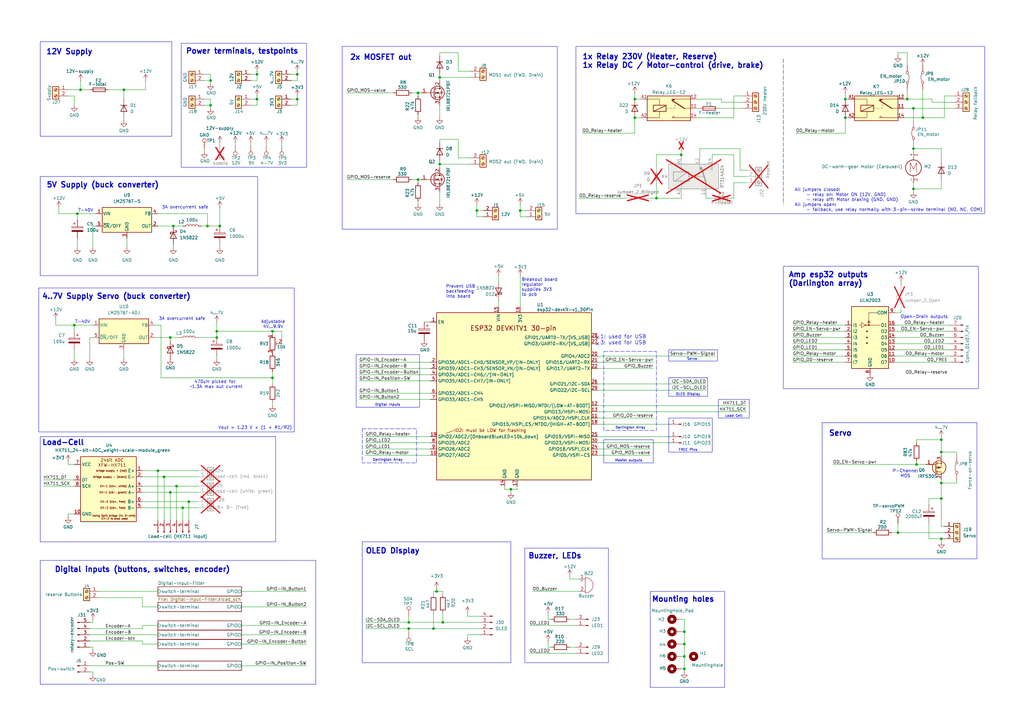
<source format=kicad_sch>
(kicad_sch (version 20250114) (generator "eeschema") (generator_version "9.0")
  (paper "A3")
  (title_block (title "honey jar filler control") (date "2025-11-03") (rev "V1.0") (comment 1 "Pwr: 12–40 V in, 5 V buck, adj 4–9 V servo") (comment 2 "Out: Servo(4–9 V), 2×Relay, 2×MOSFET") (comment 3 "In: Encoder, 2×BTN, LIMIT - UI: OLED Display, buzzer, 2×LED ") (comment 4 "Carrier board for controlling the honey-jar-filler project (mounts modules, power, I/O)"))
  (rectangle (start 337.185 173.355) (end 400.685 229.235))
  (rectangle (start 15.875 118.11) (end 120.65 177.165))
  (rectangle (start 274.32 143.51) (end 294.259 148.082))
  (rectangle (start 215.265 224.79) (end 249.555 271.78))
  (rectangle (start 274.32 171.45) (end 292.1 185.42))
  (rectangle (start 266.7 242.57) (end 297.18 281.94))
  (rectangle (start 247.65 144.145) (end 269.24 176.53) (stroke (width 0) (type dash)))
  (rectangle (start 74.295 17.78) (end 125.73 68.58))
  (rectangle (start 321.31 109.22) (end 401.32 159.385))
  (rectangle (start 274.32 154.94) (end 290.195 162.56))
  (rectangle (start 16.51 229.87) (end 129.54 280.67))
  (rectangle (start 140.335 19.05) (end 228.6 93.98))
  (rectangle (start 247.65 180.34) (end 267.97 189.865))
  (rectangle (start 294.64 163.83) (end 307.34 171.45))
  (rectangle (start 16.51 179.07) (end 113.03 222.25))
  (rectangle (start 16.51 17.145) (end 70.485 55.88))
  (rectangle (start 236.22 19.05) (end 403.86 87.63))
  (rectangle (start 148.59 175.895) (end 170.815 189.865) (stroke (width 0) (type dash)))
  (rectangle (start 148.59 222.25) (end 209.55 271.78))
  (rectangle (start 16.51 72.39) (end 105.664 113.03))
  (rectangle (start 146.05 145.415) (end 172.085 167.005))
  (text "470uH picked for \n~1.3A max out current" (at 88.646 157.734 0) (effects (font (size 1.27 1.27))))
  (text "3A overcurrent safe" (at 74.676 130.81 0) (effects (font (size 1.27 1.27))))
  (text "Darlington Array" (at 258.572 175.514 0) (effects (font (size 1 1))))
  (text "Digital Inputs" (at 159.004 166.116 0) (effects (font (size 1 1))))
  (text "2x MOSFET out" (at 156.21 23.622 0) (effects (font (size 2.2 2.2) (thickness 0.44) (bold yes))))
  (text "5V Supply (buck converter)" (at 42.164 75.946 0) (effects (font (size 2.2 2.2) (thickness 0.44) (bold yes))))
  (text "Power terminals, testpoints" (at 99.314 21.082 0) (effects (font (size 2.2 2.2) (thickness 0.44) (bold yes))))
  (text "Adjustable\n4V...9.9V" (at 112.014 133.096 0) (effects (font (size 1.27 1.27))))
  (text "Buzzer, LEDs" (at 227.584 228.092 0) (effects (font (size 2.2 2.2) (thickness 0.44) (bold yes))))
  (text "OLED Display" (at 161.036 226.06 0) (effects (font (size 2.2 2.2) (thickness 0.44) (bold yes))))
  (text "Breakout board\nregulator\nsupplies 3V3\nto pcb" (at 213.868 117.856 0) (effects (font (size 1.27 1.27)) (justify left)))
  (text "Digital inputs (buttons, switches, encoder)" (at 58.42 233.68 0) (effects (font (size 2.2 2.2) (thickness 0.44) (bold yes))))
  (text "Load Cell" (at 300.99 170.688 0) (effects (font (size 1 1))))
  (text "Mosfet outputs" (at 257.81 188.976 0) (effects (font (size 1 1))))
  (text "4..7V Supply Servo (buck converter)" (at 47.752 121.666 0) (effects (font (size 2.2 2.2) (thickness 0.44) (bold yes))))
  (text "1: used for USB\n3: used for USB" (at 246.126 139.446 0) (effects (font (size 1.524 1.524)) (justify left)))
  (text "Load-Cell" (at 25.908 181.61 0) (effects (font (size 2.2 2.2) (thickness 0.44) (bold yes))))
  (text "P-Channel\nMOS" (at 371.348 194.31 0) (effects (font (size 1.27 1.27))))
  (text "1x Relay 230V (Heater, Reserve)\n1x Relay DC / Motor-control (drive, brake)" (at 238.76 25.146 0) (effects (font (size 2.2 2.2) (thickness 0.44) (bold yes)) (justify left)))
  (text "Mounting holes" (at 280.162 245.872 0) (effects (font (size 2.2 2.2) (thickness 0.44) (bold yes))))
  (text "Darlington Array" (at 159.004 188.722 0) (effects (font (size 1 1))))
  (text "Open-Drain outputs" (at 369.316 130.048 0) (effects (font (size 1.27 1.27)) (justify left)))
  (text "Vout = 1.23 V × (1 + R1/R2)" (at 104.648 175.514 0) (effects (font (size 1.27 1.27))))
  (text "Amp esp32 outputs\n(Darlington array)" (at 323.342 114.554 0) (effects (font (size 2.2 2.2) (thickness 0.44) (bold yes)) (justify left)))
  (text "Servo" (at 344.678 177.8 0) (effects (font (size 2.2 2.2) (thickness 0.44) (bold yes))))
  (text "OLED Display" (at 282.194 161.798 0) (effects (font (size 1 1))))
  (text "3A overcurrent safe" (at 75.946 85.09 0) (effects (font (size 1.27 1.27))))
  (text "7-40V" (at 33.782 132.08 0) (effects (font (size 1.27 1.27))))
  (text "12V Supply" (at 28.448 21.336 0) (effects (font (size 2.2 2.2) (thickness 0.44) (bold yes))))
  (text "Prevent USB \nbackfeeding \ninto board" (at 182.88 119.634 0) (effects (font (size 1.27 1.27)) (justify left)))
  (text "FREE Pins" (at 282.194 184.658 0) (effects (font (size 1 1))))
  (text "Servo" (at 283.845 147.32 0) (effects (font (size 1 1))))
  (text "All jumpers closed:\n	- relay on: Motor ON (12V, GND)\n	- relay off: Motor braking (GND, GND)\nAll jumpers open:\n	- fallback, use relay normally with 3-pin-screw terminal (NO, NC, COM)" (at 325.882 82.042 0) (effects (font (size 1.27 1.27)) (justify left)))
  (text "7-40V" (at 35.052 86.36 0) (effects (font (size 1.27 1.27))))
  (junction (at 386.08 198.12))
  (junction (at 177.8 257.81))
  (junction (at 346.71 48.26))
  (junction (at 69.85 138.43))
  (junction (at 386.08 185.42))
  (junction (at 179.07 242.57))
  (junction (at 346.71 40.64))
  (junction (at 386.08 180.34))
  (junction (at 88.9 138.43))
  (junction (at 280.67 264.16))
  (junction (at 105.41 40.64))
  (junction (at 374.65 77.47))
  (junction (at 121.92 40.64))
  (junction (at 85.09 92.71))
  (junction (at 111.76 154.94))
  (junction (at 88.9 135.89))
  (junction (at 386.08 220.98))
  (junction (at 30.48 133.35))
  (junction (at 209.55 200.66))
  (junction (at 167.64 257.81))
  (junction (at 74.93 208.28))
  (junction (at 280.67 269.24))
  (junction (at 195.58 86.36))
  (junction (at 280.67 259.08))
  (junction (at 69.85 201.93))
  (junction (at 72.39 199.39))
  (junction (at 71.12 92.71))
  (junction (at 105.41 30.48))
  (junction (at 86.36 33.02))
  (junction (at 372.11 40.64))
  (junction (at 280.67 274.32))
  (junction (at 386.08 204.47))
  (junction (at 180.34 67.31))
  (junction (at 77.47 205.74))
  (junction (at 375.92 190.5))
  (junction (at 64.77 193.04))
  (junction (at 86.36 43.18))
  (junction (at 67.31 195.58))
  (junction (at 180.34 31.75))
  (junction (at 181.61 255.27))
  (junction (at 90.17 92.71))
  (junction (at 167.64 255.27))
  (junction (at 50.8 36.83))
  (junction (at 171.45 38.1))
  (junction (at 33.02 36.83))
  (junction (at 260.35 48.26))
  (junction (at 121.92 30.48))
  (junction (at 213.36 86.36))
  (junction (at 368.3 218.44))
  (junction (at 171.45 73.66))
  (junction (at 111.76 135.89))
  (junction (at 31.75 87.63))
  (junction (at 279.4 63.5))
  (junction (at 374.65 60.96))
  (junction (at 374.65 44.45))
  (junction (at 260.35 40.64))
  (junction (at 269.24 81.28))
  (junction (at 378.46 48.26))
  (no_connect (at 245.11 140.97))
  (no_connect (at 245.11 138.43))
  (wire (pts (xy 369.57 128.27) (xy 367.03 128.27)))
  (wire (pts (xy 300.99 81.28) (xy 300.99 74.93)))
  (wire (pts (xy 213.36 86.36) (xy 213.36 83.82)))
  (wire (pts (xy 187.96 64.77) (xy 193.04 64.77)))
  (wire (pts (xy 50.8 143.51) (xy 50.8 147.32)))
  (wire (pts (xy 224.79 251.46) (xy 224.79 254)))
  (wire (pts (xy 378.46 36.83) (xy 378.46 48.26)))
  (wire (pts (xy 392.43 198.12) (xy 386.08 198.12)))
  (wire (pts (xy 280.67 254) (xy 280.67 259.08)))
  (wire (pts (xy 325.12 146.05) (xy 346.71 146.05)))
  (wire (pts (xy 341.63 190.5) (xy 375.92 190.5)))
  (wire (pts (xy 74.93 208.28) (xy 58.42 208.28)))
  (wire (pts (xy 224.79 265.43) (xy 226.06 265.43)))
  (wire (pts (xy 147.32 148.59) (xy 176.53 148.59)))
  (wire (pts (xy 285.75 44.45) (xy 287.02 44.45)))
  (wire (pts (xy 269.24 76.2) (xy 269.24 81.28)))
  (wire (pts (xy 149.86 179.07) (xy 176.53 179.07)))
  (wire (pts (xy 38.1 92.71) (xy 39.37 92.71)))
  (wire (pts (xy 233.68 254) (xy 236.22 254)))
  (wire (pts (xy 215.9 86.36) (xy 213.36 86.36)))
  (wire (pts (xy 88.9 146.05) (xy 88.9 147.32)))
  (wire (pts (xy 111.76 137.16) (xy 111.76 135.89)))
  (wire (pts (xy 27.94 212.09) (xy 27.94 210.82)))
  (wire (pts (xy 44.45 36.83) (xy 50.8 36.83)))
  (wire (pts (xy 77.47 205.74) (xy 58.42 205.74)))
  (wire (pts (xy 64.77 87.63) (xy 85.09 87.63)))
  (wire (pts (xy 121.92 40.64) (xy 119.38 40.64)))
  (wire (pts (xy 147.32 161.29) (xy 176.53 161.29)))
  (wire (pts (xy 71.12 100.33) (xy 71.12 101.6)))
  (wire (pts (xy 105.41 40.64) (xy 102.87 40.64)))
  (wire (pts (xy 147.32 151.13) (xy 176.53 151.13)))
  (wire (pts (xy 382.27 41.91) (xy 382.27 40.64)))
  (wire (pts (xy 279.4 264.16) (xy 280.67 264.16)))
  (wire (pts (xy 218.44 242.57) (xy 237.49 242.57)))
  (wire (pts (xy 111.76 166.37) (xy 111.76 165.1)))
  (wire (pts (xy 392.43 186.69) (xy 392.43 185.42)))
  (wire (pts (xy 346.71 48.26) (xy 347.98 48.26)))
  (wire (pts (xy 22.86 130.81) (xy 22.86 133.35)))
  (wire (pts (xy 90.17 100.33) (xy 90.17 101.6)))
  (wire (pts (xy 119.38 43.18) (xy 121.92 43.18)))
  (wire (pts (xy 382.27 41.91) (xy 391.16 41.91)))
  (wire (pts (xy 381 204.47) (xy 386.08 204.47)))
  (wire (pts (xy 303.53 60.96) (xy 303.53 69.85)))
  (wire (pts (xy 82.55 92.71) (xy 85.09 92.71)))
  (wire (pts (xy 102.87 58.42) (xy 102.87 59.69)))
  (wire (pts (xy 325.12 143.51) (xy 346.71 143.51)))
  (wire (pts (xy 279.4 254) (xy 280.67 254)))
  (wire (pts (xy 105.41 40.64) (xy 105.41 43.18)))
  (wire (pts (xy 245.11 157.48) (xy 289.56 157.48)))
  (wire (pts (xy 245.11 146.05) (xy 293.37 146.05)))
  (wire (pts (xy 30.48 133.35) (xy 30.48 135.89)))
  (wire (pts (xy 367.03 148.59) (xy 389.89 148.59)))
  (wire (pts (xy 83.82 33.02) (xy 86.36 33.02)))
  (wire (pts (xy 102.87 33.02) (xy 105.41 33.02)))
  (wire (pts (xy 325.12 138.43) (xy 346.71 138.43)))
  (wire (pts (xy 167.64 255.27) (xy 181.61 255.27)))
  (wire (pts (xy 171.45 73.66) (xy 171.45 74.93)))
  (wire (pts (xy 289.56 81.28) (xy 289.56 80.01)))
  (wire (pts (xy 27.94 210.82) (xy 30.48 210.82)))
  (wire (pts (xy 125.73 256.54) (xy 99.06 256.54)))
  (wire (pts (xy 149.86 257.81) (xy 167.64 257.81)))
  (wire (pts (xy 83.82 62.23) (xy 83.82 60.96)))
  (wire (pts (xy 300.99 39.37) (xy 304.8 39.37)))
  (wire (pts (xy 191.77 260.35) (xy 196.85 260.35)))
  (wire (pts (xy 115.57 140.97) (xy 115.57 135.89)))
  (wire (pts (xy 31.75 97.79) (xy 31.75 101.6)))
  (wire (pts (xy 191.77 252.73) (xy 196.85 252.73)))
  (wire (pts (xy 168.91 38.1) (xy 171.45 38.1)))
  (wire (pts (xy 121.92 29.21) (xy 121.92 30.48)))
  (wire (pts (xy 105.41 39.37) (xy 105.41 40.64)))
  (wire (pts (xy 238.76 54.61) (xy 260.35 54.61)))
  (wire (pts (xy 279.4 269.24) (xy 280.67 269.24)))
  (wire (pts (xy 58.42 245.11) (xy 58.42 248.92)))
  (wire (pts (xy 299.72 81.28) (xy 300.99 81.28)))
  (wire (pts (xy 386.08 180.34) (xy 386.08 185.42)))
  (wire (pts (xy 267.97 171.45) (xy 245.11 171.45)))
  (wire (pts (xy 368.3 21.59) (xy 372.11 21.59)))
  (wire (pts (xy 233.68 236.22) (xy 233.68 237.49)))
  (wire (pts (xy 187.96 29.21) (xy 193.04 29.21)))
  (wire (pts (xy 303.53 69.85) (xy 306.07 69.85)))
  (wire (pts (xy 77.47 205.74) (xy 77.47 213.36)))
  (wire (pts (xy 372.11 21.59) (xy 372.11 26.67)))
  (wire (pts (xy 90.17 85.09) (xy 90.17 92.71)))
  (wire (pts (xy 38.1 266.7) (xy 38.1 265.43)))
  (wire (pts (xy 382.27 40.64) (xy 372.11 40.64)))
  (wire (pts (xy 81.28 195.58) (xy 67.31 195.58)))
  (wire (pts (xy 27.94 36.83) (xy 33.02 36.83)))
  (wire (pts (xy 81.28 208.28) (xy 74.93 208.28)))
  (wire (pts (xy 209.55 200.66) (xy 209.55 201.93)))
  (wire (pts (xy 269.24 81.28) (xy 279.4 81.28)))
  (wire (pts (xy 22.86 133.35) (xy 30.48 133.35)))
  (wire (pts (xy 81.28 193.04) (xy 64.77 193.04)))
  (wire (pts (xy 105.41 30.48) (xy 102.87 30.48)))
  (wire (pts (xy 374.65 44.45) (xy 374.65 49.53)))
  (wire (pts (xy 30.48 133.35) (xy 38.1 133.35)))
  (wire (pts (xy 392.43 196.85) (xy 392.43 198.12)))
  (wire (pts (xy 86.36 34.29) (xy 86.36 33.02)))
  (wire (pts (xy 204.47 113.03) (xy 204.47 115.57)))
  (wire (pts (xy 31.75 87.63) (xy 31.75 90.17)))
  (wire (pts (xy 177.8 242.57) (xy 179.07 242.57)))
  (wire (pts (xy 121.92 40.64) (xy 121.92 43.18)))
  (wire (pts (xy 285.75 48.26) (xy 300.99 48.26)))
  (wire (pts (xy 386.08 215.9) (xy 387.35 215.9)))
  (wire (pts (xy 386.08 60.96) (xy 374.65 60.96)))
  (wire (pts (xy 368.3 218.44) (xy 387.35 218.44)))
  (wire (pts (xy 300.99 74.93) (xy 306.07 74.93)))
  (wire (pts (xy 180.34 78.74) (xy 180.34 83.82)))
  (wire (pts (xy 36.83 138.43) (xy 38.1 138.43)))
  (wire (pts (xy 180.34 57.15) (xy 187.96 57.15)))
  (wire (pts (xy 367.03 143.51) (xy 389.89 143.51)))
  (wire (pts (xy 287.02 60.96) (xy 303.53 60.96)))
  (wire (pts (xy 306.07 72.39) (xy 300.99 72.39)))
  (wire (pts (xy 149.86 184.15) (xy 176.53 184.15)))
  (wire (pts (xy 102.87 43.18) (xy 105.41 43.18)))
  (wire (pts (xy 58.42 257.81) (xy 58.42 256.54)))
  (wire (pts (xy 167.64 252.73) (xy 167.64 255.27)))
  (wire (pts (xy 171.45 82.55) (xy 171.45 83.82)))
  (wire (pts (xy 367.03 146.05) (xy 389.89 146.05)))
  (wire (pts (xy 346.71 40.64) (xy 347.98 40.64)))
  (wire (pts (xy 386.08 198.12) (xy 386.08 204.47)))
  (wire (pts (xy 269.24 63.5) (xy 279.4 63.5)))
  (wire (pts (xy 274.32 173.99) (xy 245.11 173.99)))
  (wire (pts (xy 38.1 254) (xy 38.1 255.27)))
  (wire (pts (xy 50.8 36.83) (xy 50.8 40.64)))
  (wire (pts (xy 58.42 264.16) (xy 58.42 262.89)))
  (wire (pts (xy 386.08 220.98) (xy 386.08 222.25)))
  (wire (pts (xy 300.99 72.39) (xy 300.99 63.5)))
  (wire (pts (xy 72.39 199.39) (xy 58.42 199.39)))
  (wire (pts (xy 245.11 184.15) (xy 266.7 184.15)))
  (wire (pts (xy 30.48 39.37) (xy 27.94 39.37)))
  (wire (pts (xy 233.68 237.49) (xy 237.49 237.49)))
  (wire (pts (xy 204.47 123.19) (xy 204.47 125.73)))
  (wire (pts (xy 280.67 259.08) (xy 280.67 264.16)))
  (polyline (pts (xy 321.31 24.13) (xy 321.31 83.82)) (stroke (width 0) (type dash)))
  (wire (pts (xy 295.91 40.64) (xy 295.91 41.91)))
  (wire (pts (xy 279.4 60.96) (xy 279.4 63.5)))
  (wire (pts (xy 269.24 68.58) (xy 269.24 63.5)))
  (wire (pts (xy 260.35 40.64) (xy 262.89 40.64)))
  (wire (pts (xy 147.32 156.21) (xy 176.53 156.21)))
  (wire (pts (xy 325.12 133.35) (xy 346.71 133.35)))
  (wire (pts (xy 40.64 245.11) (xy 58.42 245.11)))
  (wire (pts (xy 279.4 274.32) (xy 280.67 274.32)))
  (wire (pts (xy 224.79 262.89) (xy 224.79 265.43)))
  (wire (pts (xy 274.32 179.07) (xy 245.11 179.07)))
  (wire (pts (xy 237.49 81.28) (xy 256.54 81.28)))
  (wire (pts (xy 180.34 31.75) (xy 180.34 33.02)))
  (wire (pts (xy 213.36 88.9) (xy 213.36 86.36)))
  (wire (pts (xy 64.77 193.04) (xy 64.77 213.36)))
  (wire (pts (xy 96.52 58.42) (xy 96.52 59.69)))
  (wire (pts (xy 63.5 133.35) (xy 66.04 133.35)))
  (wire (pts (xy 386.08 77.47) (xy 374.65 77.47)))
  (wire (pts (xy 386.08 185.42) (xy 386.08 186.69)))
  (wire (pts (xy 17.78 199.39) (xy 30.48 199.39)))
  (wire (pts (xy 370.84 44.45) (xy 374.65 44.45)))
  (wire (pts (xy 386.08 73.66) (xy 386.08 77.47)))
  (wire (pts (xy 64.77 193.04) (xy 58.42 193.04)))
  (wire (pts (xy 85.09 92.71) (xy 90.17 92.71)))
  (wire (pts (xy 63.5 138.43) (xy 69.85 138.43)))
  (wire (pts (xy 36.83 257.81) (xy 58.42 257.81)))
  (wire (pts (xy 86.36 30.48) (xy 86.36 33.02)))
  (wire (pts (xy 195.58 83.82) (xy 195.58 86.36)))
  (wire (pts (xy 38.1 255.27) (xy 36.83 255.27)))
  (wire (pts (xy 88.9 135.89) (xy 88.9 138.43)))
  (wire (pts (xy 121.92 39.37) (xy 121.92 40.64)))
  (wire (pts (xy 191.77 251.46) (xy 191.77 252.73)))
  (wire (pts (xy 267.97 148.59) (xy 245.11 148.59)))
  (wire (pts (xy 294.64 44.45) (xy 304.8 44.45)))
  (wire (pts (xy 370.84 40.64) (xy 372.11 40.64)))
  (wire (pts (xy 38.1 275.59) (xy 36.83 275.59)))
  (wire (pts (xy 367.03 135.89) (xy 389.89 135.89)))
  (wire (pts (xy 167.64 259.08) (xy 167.64 257.81)))
  (wire (pts (xy 86.36 40.64) (xy 86.36 43.18)))
  (wire (pts (xy 367.03 133.35) (xy 389.89 133.35)))
  (wire (pts (xy 81.28 138.43) (xy 88.9 138.43)))
  (wire (pts (xy 125.73 242.57) (xy 99.06 242.57)))
  (wire (pts (xy 266.7 81.28) (xy 269.24 81.28)))
  (wire (pts (xy 58.42 248.92) (xy 64.77 248.92)))
  (wire (pts (xy 375.92 190.5) (xy 379.73 190.5)))
  (wire (pts (xy 267.97 151.13) (xy 245.11 151.13)))
  (wire (pts (xy 66.04 154.94) (xy 111.76 154.94)))
  (wire (pts (xy 40.64 242.57) (xy 64.77 242.57)))
  (wire (pts (xy 180.34 66.04) (xy 180.34 67.31)))
  (wire (pts (xy 346.71 54.61) (xy 346.71 48.26)))
  (wire (pts (xy 171.45 38.1) (xy 172.72 38.1)))
  (wire (pts (xy 147.32 163.83) (xy 176.53 163.83)))
  (wire (pts (xy 280.67 269.24) (xy 280.67 274.32)))
  (wire (pts (xy 88.9 132.08) (xy 88.9 135.89)))
  (wire (pts (xy 168.91 73.66) (xy 171.45 73.66)))
  (wire (pts (xy 207.01 200.66) (xy 207.01 199.39)))
  (wire (pts (xy 374.65 60.96) (xy 374.65 62.23)))
  (wire (pts (xy 369.57 127) (xy 369.57 128.27)))
  (wire (pts (xy 386.08 180.34) (xy 386.08 179.07)))
  (wire (pts (xy 179.07 242.57) (xy 181.61 242.57)))
  (wire (pts (xy 386.08 204.47) (xy 386.08 215.9)))
  (wire (pts (xy 86.36 30.48) (xy 83.82 30.48)))
  (wire (pts (xy 368.3 21.59) (xy 368.3 22.86)))
  (wire (pts (xy 339.09 218.44) (xy 358.14 218.44)))
  (wire (pts (xy 245.11 181.61) (xy 274.32 181.61)))
  (wire (pts (xy 38.1 265.43) (xy 36.83 265.43)))
  (wire (pts (xy 36.83 273.05) (xy 64.77 273.05)))
  (wire (pts (xy 245.11 160.02) (xy 289.56 160.02)))
  (wire (pts (xy 58.42 256.54) (xy 64.77 256.54)))
  (wire (pts (xy 181.61 255.27) (xy 196.85 255.27)))
  (wire (pts (xy 86.36 40.64) (xy 83.82 40.64)))
  (wire (pts (xy 81.28 199.39) (xy 72.39 199.39)))
  (wire (pts (xy 142.24 73.66) (xy 161.29 73.66)))
  (wire (pts (xy 279.4 81.28) (xy 279.4 80.01)))
  (wire (pts (xy 325.12 135.89) (xy 346.71 135.89)))
  (wire (pts (xy 69.85 201.93) (xy 58.42 201.93)))
  (wire (pts (xy 121.92 30.48) (xy 121.92 33.02)))
  (wire (pts (xy 83.82 43.18) (xy 86.36 43.18)))
  (wire (pts (xy 69.85 138.43) (xy 73.66 138.43)))
  (wire (pts (xy 180.34 21.59) (xy 187.96 21.59)))
  (wire (pts (xy 260.35 48.26) (xy 262.89 48.26)))
  (wire (pts (xy 375.92 189.23) (xy 375.92 190.5)))
  (wire (pts (xy 27.94 190.5) (xy 27.94 189.23)))
  (wire (pts (xy 381 220.98) (xy 386.08 220.98)))
  (wire (pts (xy 346.71 38.1) (xy 346.71 40.64)))
  (wire (pts (xy 31.75 87.63) (xy 39.37 87.63)))
  (wire (pts (xy 260.35 38.1) (xy 260.35 40.64)))
  (wire (pts (xy 260.35 48.26) (xy 260.35 54.61)))
  (wire (pts (xy 195.58 88.9) (xy 195.58 86.36)))
  (wire (pts (xy 374.65 44.45) (xy 391.16 44.45)))
  (wire (pts (xy 17.78 196.85) (xy 30.48 196.85)))
  (wire (pts (xy 280.67 274.32) (xy 280.67 275.59)))
  (wire (pts (xy 375.92 181.61) (xy 375.92 180.34)))
  (wire (pts (xy 367.03 138.43) (xy 389.89 138.43)))
  (wire (pts (xy 125.73 273.05) (xy 99.06 273.05)))
  (wire (pts (xy 50.8 48.26) (xy 50.8 49.53)))
  (wire (pts (xy 387.35 39.37) (xy 387.35 48.26)))
  (wire (pts (xy 105.41 29.21) (xy 105.41 30.48)))
  (wire (pts (xy 367.03 140.97) (xy 389.89 140.97)))
  (wire (pts (xy 215.9 88.9) (xy 213.36 88.9)))
  (wire (pts (xy 187.96 21.59) (xy 187.96 29.21)))
  (wire (pts (xy 36.83 260.35) (xy 64.77 260.35)))
  (wire (pts (xy 381 207.01) (xy 381 204.47)))
  (wire (pts (xy 72.39 199.39) (xy 72.39 213.36)))
  (wire (pts (xy 292.1 64.77) (xy 292.1 63.5)))
  (wire (pts (xy 69.85 139.7) (xy 69.85 138.43)))
  (wire (pts (xy 180.34 31.75) (xy 193.04 31.75)))
  (wire (pts (xy 198.12 88.9) (xy 195.58 88.9)))
  (wire (pts (xy 285.75 40.64) (xy 295.91 40.64)))
  (wire (pts (xy 187.96 57.15) (xy 187.96 64.77)))
  (wire (pts (xy 280.67 264.16) (xy 280.67 269.24)))
  (wire (pts (xy 386.08 220.98) (xy 387.35 220.98)))
  (wire (pts (xy 180.34 67.31) (xy 180.34 68.58)))
  (wire (pts (xy 30.48 43.18) (xy 30.48 39.37)))
  (wire (pts (xy 375.92 180.34) (xy 386.08 180.34)))
  (wire (pts (xy 58.42 264.16) (xy 64.77 264.16)))
  (wire (pts (xy 52.07 97.79) (xy 52.07 101.6)))
  (wire (pts (xy 387.35 48.26) (xy 378.46 48.26)))
  (wire (pts (xy 279.4 63.5) (xy 279.4 64.77)))
  (wire (pts (xy 392.43 185.42) (xy 386.08 185.42)))
  (wire (pts (xy 368.3 218.44) (xy 368.3 214.63)))
  (wire (pts (xy 109.22 58.42) (xy 109.22 59.69)))
  (wire (pts (xy 245.11 168.91) (xy 306.07 168.91)))
  (wire (pts (xy 245.11 186.69) (xy 266.7 186.69)))
  (wire (pts (xy 69.85 201.93) (xy 69.85 213.36)))
  (wire (pts (xy 386.08 196.85) (xy 386.08 198.12)))
  (wire (pts (xy 38.1 101.6) (xy 38.1 92.71)))
  (wire (pts (xy 90.17 58.42) (xy 90.17 59.69)))
  (wire (pts (xy 279.4 259.08) (xy 280.67 259.08)))
  (wire (pts (xy 85.09 87.63) (xy 85.09 92.71)))
  (wire (pts (xy 125.73 260.35) (xy 99.06 260.35)))
  (wire (pts (xy 71.12 92.71) (xy 64.77 92.71)))
  (wire (pts (xy 30.48 190.5) (xy 27.94 190.5)))
  (wire (pts (xy 289.56 81.28) (xy 292.1 81.28)))
  (wire (pts (xy 365.76 218.44) (xy 368.3 218.44)))
  (wire (pts (xy 386.08 66.04) (xy 386.08 60.96)))
  (wire (pts (xy 212.09 199.39) (xy 212.09 200.66)))
  (wire (pts (xy 142.24 38.1) (xy 161.29 38.1)))
  (wire (pts (xy 370.84 48.26) (xy 378.46 48.26)))
  (wire (pts (xy 50.8 36.83) (xy 59.69 36.83)))
  (wire (pts (xy 24.13 85.09) (xy 24.13 87.63)))
  (wire (pts (xy 180.34 67.31) (xy 193.04 67.31)))
  (wire (pts (xy 147.32 153.67) (xy 176.53 153.67)))
  (wire (pts (xy 36.83 262.89) (xy 58.42 262.89)))
  (wire (pts (xy 181.61 242.57) (xy 181.61 243.84)))
  (wire (pts (xy 125.73 264.16) (xy 99.06 264.16)))
  (wire (pts (xy 38.1 275.59) (xy 38.1 276.86)))
  (wire (pts (xy 30.48 143.51) (xy 30.48 147.32)))
  (wire (pts (xy 33.02 36.83) (xy 36.83 36.83)))
  (wire (pts (xy 115.57 58.42) (xy 115.57 59.69)))
  (wire (pts (xy 99.06 248.92) (xy 125.73 248.92)))
  (wire (pts (xy 66.04 133.35) (xy 66.04 154.94)))
  (wire (pts (xy 176.53 132.08) (xy 173.99 132.08)))
  (wire (pts (xy 369.57 115.57) (xy 369.57 116.84)))
  (wire (pts (xy 245.11 166.37) (xy 306.07 166.37)))
  (wire (pts (xy 177.8 257.81) (xy 196.85 257.81)))
  (wire (pts (xy 111.76 152.4) (xy 111.76 154.94)))
  (wire (pts (xy 111.76 154.94) (xy 111.76 157.48)))
  (wire (pts (xy 374.65 59.69) (xy 374.65 60.96)))
  (wire (pts (xy 177.8 243.84) (xy 177.8 242.57)))
  (wire (pts (xy 149.86 186.69) (xy 176.53 186.69)))
  (wire (pts (xy 171.45 38.1) (xy 171.45 39.37)))
  (wire (pts (xy 177.8 251.46) (xy 177.8 257.81)))
  (wire (pts (xy 292.1 63.5) (xy 300.99 63.5)))
  (wire (pts (xy 374.65 74.93) (xy 374.65 77.47)))
  (wire (pts (xy 180.34 57.15) (xy 180.34 58.42)))
  (wire (pts (xy 24.13 87.63) (xy 31.75 87.63)))
  (wire (pts (xy 217.17 256.54) (xy 236.22 256.54)))
  (wire (pts (xy 325.12 140.97) (xy 346.71 140.97)))
  (wire (pts (xy 81.28 205.74) (xy 77.47 205.74)))
  (wire (pts (xy 111.76 135.89) (xy 88.9 135.89)))
  (wire (pts (xy 86.36 44.45) (xy 86.36 43.18)))
  (wire (pts (xy 149.86 181.61) (xy 176.53 181.61)))
  (wire (pts (xy 209.55 200.66) (xy 207.01 200.66)))
  (wire (pts (xy 149.86 255.27) (xy 167.64 255.27)))
  (wire (pts (xy 105.41 30.48) (xy 105.41 33.02)))
  (wire (pts (xy 295.91 41.91) (xy 304.8 41.91)))
  (wire (pts (xy 81.28 201.93) (xy 69.85 201.93)))
  (wire (pts (xy 180.34 43.18) (xy 180.34 48.26)))
  (wire (pts (xy 74.93 208.28) (xy 74.93 213.36)))
  (wire (pts (xy 326.39 54.61) (xy 346.71 54.61)))
  (wire (pts (xy 180.34 30.48) (xy 180.34 31.75)))
  (wire (pts (xy 300.99 48.26) (xy 300.99 39.37)))
  (wire (pts (xy 67.31 195.58) (xy 67.31 213.36)))
  (wire (pts (xy 36.83 147.32) (xy 36.83 138.43)))
  (wire (pts (xy 391.16 39.37) (xy 387.35 39.37)))
  (wire (pts (xy 180.34 21.59) (xy 180.34 22.86)))
  (wire (pts (xy 67.31 195.58) (xy 58.42 195.58)))
  (wire (pts (xy 33.02 33.02) (xy 33.02 36.83)))
  (wire (pts (xy 195.58 86.36) (xy 198.12 86.36)))
  (wire (pts (xy 212.09 200.66) (xy 209.55 200.66)))
  (wire (pts (xy 171.45 46.99) (xy 171.45 48.26)))
  (wire (pts (xy 181.61 251.46) (xy 181.61 255.27)))
  (wire (pts (xy 119.38 33.02) (xy 121.92 33.02)))
  (wire (pts (xy 325.12 148.59) (xy 346.71 148.59)))
  (wire (pts (xy 213.36 113.03) (xy 213.36 125.73)))
  (wire (pts (xy 121.92 30.48) (xy 119.38 30.48)))
  (wire (pts (xy 179.07 241.3) (xy 179.07 242.57)))
  (wire (pts (xy 71.12 92.71) (xy 74.93 92.71)))
  (wire (pts (xy 167.64 257.81) (xy 177.8 257.81)))
  (wire (pts (xy 374.65 77.47) (xy 374.65 78.74)))
  (wire (pts (xy 381 214.63) (xy 381 220.98)))
  (wire (pts (xy 191.77 261.62) (xy 191.77 260.35)))
  (wire (pts (xy 217.17 267.97) (xy 236.22 267.97)))
  (wire (pts (xy 372.11 40.64) (xy 372.11 36.83)))
  (wire (pts (xy 171.45 73.66) (xy 172.72 73.66)))
  (wire (pts (xy 224.79 254) (xy 226.06 254)))
  (wire (pts (xy 287.02 64.77) (xy 287.02 60.96)))
  (wire (pts (xy 233.68 265.43) (xy 236.22 265.43)))
  (wire (pts (xy 59.69 33.02) (xy 59.69 36.83)))
  (wire (pts (xy 115.57 135.89) (xy 111.76 135.89)))
  (label "I2C-SCL_OLED" (at 289.56 160.02 180))
  (label "Servo-PWM-Signal" (at 293.37 146.05 180))
  (label "OD_LED1" (at 387.35 143.51 180))
  (label "GPIO_MOS-valve" (at 266.7 186.69 180))
  (label "HX711_DT" (at 17.78 196.85 0))
  (label "GPIO_OD-reserve" (at 267.97 171.45 180))
  (label "OD_Relay-reserve" (at 388.62 153.67 180))
  (label "GPIO_LED2" (at 325.12 140.97 0))
  (label "Encoder-B" (at 43.18 260.35 0))
  (label "GPIO_LED1" (at 149.86 184.15 0))
  (label "GPIO_MOS-reserve" (at 266.7 184.15 180))
  (label "OD_LED1" (at 217.17 256.54 0))
  (label "Encoder-btn" (at 43.18 262.89 0))
  (label "GPIO-IN_Button1" (at 147.32 161.29 0))
  (label "GPIO_Relay-motor" (at 149.86 186.69 0))
  (label "GPIO-IN_Encoder-Button" (at 125.73 264.16 180))
  (label "GPIO-IN_Encoder-B" (at 147.32 151.13 0))
  (label "Encoder-A" (at 43.18 257.81 0))
  (label "GPIO_LED2" (at 149.86 181.61 0))
  (label "OD_Buzzer" (at 387.35 138.43 180))
  (label "GPIO-IN_Position-SW" (at 125.73 273.05 180))
  (label "GPIO-IN_Button1" (at 125.73 242.57 180))
  (label "HX711_DT" (at 306.07 166.37 180))
  (label "OD_Relay-heater" (at 387.35 133.35 180))
  (label "I2C-SDA_OLED" (at 149.86 255.27 0))
  (label "GPIO-IN_Encoder-B" (at 125.73 260.35 180))
  (label "I2C-SCL_OLED" (at 149.86 257.81 0))
  (label "HX711_SCK" (at 306.07 168.91 180))
  (label "Servo-PWM-Signal" (at 339.09 218.44 0))
  (label "I2C-SDA_OLED" (at 289.56 157.48 180))
  (label "Pos-SW" (at 43.18 273.05 0))
  (label "GPIO_LED1" (at 325.12 143.51 0))
  (label "GPIO_Relay-heater" (at 325.12 133.35 0))
  (label "OD_Buzzer" (at 218.44 242.57 0))
  (label "OD_FREE" (at 388.62 148.59 180))
  (label "GPIO_EN-Servo-pwr" (at 325.12 135.89 0))
  (label "OD_EN-Servo-pwr" (at 341.63 190.5 0))
  (label "HX711_SCK" (at 17.78 199.39 0))
  (label "OD_EN-Servo-pwr" (at 387.35 135.89 180))
  (label "OD_LED2" (at 387.35 140.97 180))
  (label "GPIO_Buzzer" (at 325.12 138.43 0))
  (label "GPIO-IN_Encoder-A" (at 147.32 148.59 0))
  (label "GPIO_Buzzer" (at 267.97 151.13 180))
  (label "GPIO-IN_Position-SW" (at 147.32 156.21 0))
  (label "GPIO_Relay-motor" (at 325.12 146.05 0))
  (label "GPIO-IN_Encoder-Button" (at 147.32 153.67 0))
  (label "OD_LED2" (at 217.17 267.97 0))
  (label "GPIO_MOS-valve" (at 142.24 38.1 0))
  (label "GPIO_Relay-heater" (at 149.86 179.07 0))
  (label "OD_Relay-reserve" (at 237.49 81.28 0))
  (label "GPIO_EN-Servo-pwr" (at 267.97 148.59 180))
  (label "GPIO_OD-reserve" (at 325.12 148.59 0))
  (label "GPIO-IN_Encoder-A" (at 125.73 256.54 180))
  (label "GPIO-IN_Button2" (at 147.32 163.83 0))
  (label "OD_Relay-heater" (at 238.76 54.61 0))
  (label "OD_Relay-motor" (at 326.39 54.61 0))
  (label "GPIO-IN_Button2" (at 125.73 248.92 180))
  (label "GPIO_MOS-reserve" (at 142.24 73.66 0))
  (label "OD_Relay-motor" (at 387.35 146.05 180))
  (symbol (lib_id "power:+3V3") (at 27.94 189.23 0) (unit 1)
    (property "Reference" "#PWR066" (effects (hide yes)))
    (property "Value" "+3V3" (at 23.876 187.706 0))
    (property "Description" "Power symbol creates a global label with name \"+3V3\"" (effects (hide yes)))
  )
  (symbol (lib_id "Connector:TestPoint") (at 115.57 59.69 0) (mirror x) (unit 1)
    (property "Reference" "TP5" (at 114.046 64.77 0) (effects (justify left)))
    (property "Value" "3V3" (at 115.824 66.802 0))
    (property "Footprint" "Connector_PinHeader_2.54mm:PinHeader_1x01_P2.54mm_Vertical" (effects (hide yes)))
    (property "Description" "test point" (effects (hide yes)))
  )
  (symbol (lib_id "modules_libJonny:HX711_24-bit-ADC_weight-scale-module_green") (at 44.45 200.66 0) (unit 1)
    (property "Reference" "U4" (at 44.704 182.626 0))
    (property "Value" "HX711_24-bit-ADC_weight-scale-module_green" (at 46.228 184.658 0))
    (property "Footprint" "modules_libJonny:HX711_24-bit-ADC_weight-scale-module_green" (effects (hide yes)))
    (property "Description" "24-bit Analog-to-Digital Converter (ADC) for Weight Scales green Breakout board" (effects (hide yes)))
  )
  (symbol (lib_id "Device:C_Polarized") (at 173.99 135.89 0) (mirror y) (unit 1)
    (property "Reference" "C11" (at 171.196 133.604 0) (effects (justify left)))
    (property "Value" "15u" (at 170.942 135.636 0) (effects (justify left)))
    (property "Footprint" "Capacitor_THT:CP_Radial_D6.3mm_P2.50mm" (effects (hide yes)))
    (property "Datasheet" "https://www.reichelt.com/be/de/shop/produkt/elko_radial_15_f_35_v_rm_2_5_105_c_1000_h_20_-228377" (effects (hide yes)))
    (property "Description" "Polarized capacitor" (effects (hide yes)))
  )
  (symbol (lib_id "Connector:Screw_Terminal_01x02") (at 114.3 40.64 0) (mirror y) (unit 1)
    (property "Reference" "J3" (at 114.554 45.72 0))
    (property "Value" "3V3" (at 111.506 41.91 90))
    (property "Footprint" "terminals_libJonny:ScrewTerminal_P5mm_2Pin_FP10x8" (effects (hide yes)))
    (property "Description" "Generic screw terminal, single row, 01x02, script generated (kicad-library-utils/schlib/autogen/connector/)" (effects (hide yes)))
  )
  (symbol (lib_id "power:+12V") (at 346.71 38.1 0) (unit 1)
    (property "Reference" "#PWR073" (effects (hide yes)))
    (property "Value" "+12V" (at 346.456 34.29 0))
    (property "Description" "Power symbol creates a global label with name \"+12V\"" (effects (hide yes)))
  )
  (symbol (lib_id "power:GND") (at 52.07 101.6 0) (unit 1)
    (property "Reference" "#PWR039" (effects (hide yes)))
    (property "Value" "GND" (at 52.07 106.68 0))
    (property "Description" "Power symbol creates a global label with name \"GND\" , ground" (effects (hide yes)))
  )
  (symbol (lib_id "Connector:Screw_Terminal_01x02") (at 35.56 242.57 0) (mirror y) (unit 1)
    (property "Reference" "J4" (at 35.56 240.284 0))
    (property "Value" "reserve Buttons" (at 26.162 243.84 0))
    (property "Footprint" "terminals_libJonny:ScrewTerminal_P3.5mm_2Pin_FP7x7" (effects (hide yes)))
    (property "Description" "Generic screw terminal, single row, 01x02, script generated (kicad-library-utils/schlib/autogen/connector/)" (effects (hide yes)))
  )
  (symbol (lib_id "power:+5V") (at 90.17 85.09 0) (unit 1)
    (property "Reference" "#PWR041" (effects (hide yes)))
    (property "Value" "+5V" (at 90.17 81.28 0))
    (property "Description" "Power symbol creates a global label with name \"+5V\"" (effects (hide yes)))
  )
  (symbol (lib_id "Connector:Conn_01x05_Pin") (at 31.75 260.35 0) (mirror x) (unit 1)
    (property "Reference" "J31" (at 33.528 252.222 0))
    (property "Value" "rotary-encoder" (at 29.464 260.35 90))
    (property "Footprint" "Connector_JST:JST_XH_B5B-XH-A_1x05_P2.50mm_Vertical" (effects (hide yes)))
    (property "Description" "Generic connector, single row, 01x05, script generated" (effects (hide yes)))
  )
  (symbol (lib_id "Transistor_Array:ULN2003") (at 356.87 138.43 0) (unit 1)
    (property "Reference" "U3" (at 356.87 120.65 0))
    (property "Value" "ULN2003" (at 356.87 123.19 0))
    (property "Footprint" "Package_DIP:DIP-16_W7.62mm_LongPads" (effects (hide yes)))
    (property "Datasheet" "http://www.ti.com/lit/ds/symlink/uln2003a.pdf" (effects (hide yes)))
    (property "Description" "High Voltage, High Current Darlington Transistor Arrays, SOIC16/SOIC16W/DIP16/TSSOP16" (effects (hide yes)))
  )
  (symbol (lib_id "Device:R") (at 111.76 161.29 0) (unit 1)
    (property "Reference" "R19" (at 106.426 161.29 0) (effects (justify left)))
    (property "Value" "2k2" (at 114.046 163.068 90) (effects (justify left)))
    (property "Footprint" "Resistor_THT:R_Axial_DIN0207_L6.3mm_D2.5mm_P10.16mm_Horizontal" (effects (hide yes)))
    (property "Description" "Resistor" (effects (hide yes)))
  )
  (symbol (lib_id "Connector:TestPoint") (at 109.22 59.69 0) (mirror x) (unit 1)
    (property "Reference" "TP4" (at 107.696 64.77 0) (effects (justify left)))
    (property "Value" "4-7V" (at 109.474 66.802 0))
    (property "Footprint" "Connector_PinHeader_2.54mm:PinHeader_1x01_P2.54mm_Vertical" (effects (hide yes)))
    (property "Description" "test point" (effects (hide yes)))
  )
  (symbol (lib_id "Connector:TestPoint") (at 167.64 252.73 0) (mirror y) (unit 1)
    (property "Reference" "TP7" (at 169.164 247.65 0) (effects (justify left)))
    (property "Value" "SDA" (at 167.386 245.618 0))
    (property "Footprint" "Connector_PinHeader_2.54mm:PinHeader_1x01_P2.54mm_Vertical" (effects (hide yes)))
    (property "Description" "test point" (effects (hide yes)))
  )
  (symbol (lib_id "Connector:Screw_Terminal_01x02") (at 203.2 88.9 0) (mirror x) (unit 1)
    (property "Reference" "J1" (at 202.184 84.074 0) (effects (justify left)))
    (property "Value" "12V" (at 205.486 87.884 0) (effects (justify left)))
    (property "Footprint" "terminals_libJonny:ScrewTerminal_P5mm_2Pin_FP10x8" (effects (hide yes)))
    (property "Description" "Generic screw terminal, single row, 01x02, script generated (kicad-library-utils/schlib/autogen/connector/)" (effects (hide yes)))
  )
  (symbol (lib_id "power:GND") (at 90.17 101.6 0) (unit 1)
    (property "Reference" "#PWR042" (effects (hide yes)))
    (property "Value" "GND" (at 90.17 106.68 0))
    (property "Description" "Power symbol creates a global label with name \"GND\" , ground" (effects (hide yes)))
  )
  (symbol (lib_id "Device:Fuse") (at 295.91 81.28 90) (unit 1) (on_board no) (dnp yes)
    (property "Reference" "F3" (at 295.91 79.502 90))
    (property "Value" "F-Heater" (at 296.164 83.058 90))
    (property "Footprint" "misc_libJonny:Fuseholder_Automotive-Mini_Fuse11x4x16_Footprint15x5_Inline" (effects (hide yes)))
    (property "Description" "Fuse" (effects (hide yes)))
  )
  (symbol (lib_id "Device:C_Polarized") (at 88.9 142.24 0) (unit 1)
    (property "Reference" "C8" (at 92.71 140.0809 0) (effects (justify left)))
    (property "Value" "1000u" (at 92.71 142.6209 0) (effects (justify left)))
    (property "Footprint" "Capacitor_THT:CP_Radial_D10.0mm_P5.00mm" (effects (hide yes)))
    (property "Description" "Polarized capacitor" (effects (hide yes)))
  )
  (symbol (lib_id "power:GND") (at 209.55 201.93 0) (unit 1)
    (property "Reference" "#PWR011" (effects (hide yes)))
    (property "Value" "GND" (at 209.55 205.994 0))
    (property "Description" "Power symbol creates a global label with name \"GND\" , ground" (effects (hide yes)))
  )
  (symbol (lib_id "Device:D") (at 269.24 72.39 90) (mirror x) (unit 1) (on_board no) (dnp yes)
    (property "Reference" "D9" (at 266.7 71.1199 90) (effects (justify left)))
    (property "Value" "D" (at 266.7 73.6599 90) (effects (justify left)))
    (property "Footprint" "Diode_THT:D_T-1_P12.70mm_Horizontal" (effects (hide yes)))
    (property "Description" "Diode" (effects (hide yes)))
    (property "Sim.Device" "D" (effects (hide yes)))
    (property "Sim.Pins" "1=K 2=A" (effects (hide yes)))
  )
  (symbol (lib_id "Device:R") (at 229.87 254 90) (unit 1)
    (property "Reference" "R17" (at 231.394 249.682 90) (effects (justify left)))
    (property "Value" "330" (at 231.648 251.714 90) (effects (justify left)))
    (property "Footprint" "Resistor_THT:R_Axial_DIN0207_L6.3mm_D2.5mm_P10.16mm_Horizontal" (effects (hide yes)))
    (property "Description" "Resistor" (effects (hide yes)))
  )
  (symbol (lib_id "power:+5V") (at 102.87 58.42 0) (unit 1)
    (property "Reference" "#PWR036" (effects (hide yes)))
    (property "Value" "+5V" (at 102.616 54.61 0))
    (property "Description" "Power symbol creates a global label with name \"+5V\"" (effects (hide yes)))
  )
  (symbol (lib_id "Connector:Screw_Terminal_01x02") (at 22.86 36.83 0) (mirror y) (unit 1)
    (property "Reference" "J27" (at 23.114 41.91 0))
    (property "Value" "Supply" (at 20.066 38.1 90))
    (property "Footprint" "terminals_libJonny:ScrewTerminal_P5mm_2Pin_FP10x8" (effects (hide yes)))
    (property "Description" "Generic screw terminal, single row, 01x02, script generated (kicad-library-utils/schlib/autogen/connector/)" (effects (hide yes)))
  )
  (symbol (lib_id "Connector:Conn_01x01_Pin") (at 279.4 179.07 180) (unit 1)
    (property "Reference" "J10" (at 281.432 179.07 0))
    (property "Value" "GPIO19" (at 284.48 179.07 0) (effects (justify right)))
    (property "Footprint" "Connector_PinHeader_2.54mm:PinHeader_1x01_P2.54mm_Vertical" (effects (hide yes)))
    (property "Description" "Generic connector, single row, 01x01, script generated" (effects (hide yes)))
  )
  (symbol (lib_id "power:GND") (at 86.36 34.29 0) (unit 1)
    (property "Reference" "#PWR08" (effects (hide yes)))
    (property "Value" "GND" (at 86.614 38.1 0))
    (property "Description" "Power symbol creates a global label with name \"GND\" , ground" (effects (hide yes)))
  )
  (symbol (lib_id "Connector:TestPoint") (at 96.52 59.69 0) (mirror x) (unit 1)
    (property "Reference" "TP2" (at 94.996 64.77 0) (effects (justify left)))
    (property "Value" "12V" (at 96.774 66.802 0))
    (property "Footprint" "Connector_PinHeader_2.54mm:PinHeader_1x01_P2.54mm_Vertical" (effects (hide yes)))
    (property "Description" "test point" (effects (hide yes)))
  )
  (symbol (lib_id "Device:Fuse") (at 40.64 36.83 270) (unit 1)
    (property "Reference" "F2" (at 40.386 33.02 90))
    (property "Value" "F-total" (at 40.132 34.544 90))
    (property "Footprint" "misc_libJonny:Fuseholder_Automotive-Mini_Fuse11x4x16_Footprint15x5_Inline" (effects (hide yes)))
    (property "Description" "Fuse" (effects (hide yes)))
  )
  (symbol (lib_id "Connector:TestPoint") (at 90.17 59.69 0) (mirror x) (unit 1) (in_bom no) (on_board no) (dnp yes)
    (property "Reference" "TP6" (at 88.646 64.77 0) (effects (justify left)))
    (property "Value" "supply" (at 90.424 66.802 0))
    (property "Footprint" "Connector_PinHeader_2.54mm:PinHeader_1x01_P2.54mm_Vertical" (effects (hide yes)))
    (property "Description" "test point" (effects (hide yes)))
  )
  (symbol (lib_id "Device:D") (at 180.34 62.23 270) (unit 1)
    (property "Reference" "D8" (at 182.88 60.9599 90) (effects (justify left)))
    (property "Value" "D" (at 182.88 63.4999 90) (effects (justify left)))
    (property "Footprint" "Diode_THT:D_T-1_P12.70mm_Horizontal" (effects (hide yes)))
    (property "Description" "Diode" (effects (hide yes)))
    (property "Sim.Device" "D" (effects (hide yes)))
    (property "Sim.Pins" "1=K 2=A" (effects (hide yes)))
  )
  (symbol (lib_id "power:+12V") (at 22.86 130.81 0) (unit 1)
    (property "Reference" "#PWR026" (effects (hide yes)))
    (property "Value" "+12V" (at 22.86 127 0))
    (property "Description" "Power symbol creates a global label with name \"+12V\"" (effects (hide yes)))
  )
  (symbol (lib_id "Diode:1N5822") (at 69.85 143.51 270) (unit 1)
    (property "Reference" "D5" (at 72.39 141.9224 90) (effects (justify left)))
    (property "Value" "1N5822" (at 72.39 144.4624 90) (effects (justify left)))
    (property "Footprint" "Diode_THT:D_DO-201AE_P5.08mm_Vertical_AnodeUp" (effects (hide yes)))
    (property "Datasheet" "http://www.vishay.com/docs/88526/1n5820.pdf" (effects (hide yes)))
    (property "Description" "40V 3A Schottky Barrier Rectifier Diode, DO-201AD" (effects (hide yes)))
  )
  (symbol (lib_id "Device:C_Polarized") (at 90.17 96.52 0) (unit 1)
    (property "Reference" "C6" (at 93.98 94.3609 0) (effects (justify left)))
    (property "Value" "1000u" (at 93.98 96.9009 0) (effects (justify left)))
    (property "Footprint" "Capacitor_THT:CP_Radial_D10.0mm_P5.00mm" (effects (hide yes)))
    (property "Description" "Polarized capacitor" (effects (hide yes)))
  )
  (symbol (lib_id "Relay:RT314A24") (at 284.48 72.39 0) (unit 1) (on_board no) (dnp yes)
    (property "Reference" "K4" (at 271.272 72.39 0) (effects (justify left)))
    (property "Value" "RT314A24" (at 296.164 77.216 90) (effects (justify left)))
    (property "Footprint" "Relay_THT:Relay_SPDT_Schrack-RT1-16A-FormC_RM5mm" (effects (hide yes)))
    (property "Datasheet" "https://www.te.com/commerce/DocumentDelivery/DDEController?Action=srchrtrv&DocNm=RT1_bistable&DocType=DS&DocLang=English" (effects (hide yes)))
  )
  (symbol (lib_id "power:GND") (at 280.67 275.59 0) (unit 1)
    (property "Reference" "#PWR0126" (effects (hide yes)))
    (property "Value" "GND" (at 280.67 279.4 0))
    (property "Description" "Power symbol creates a global label with name \"GND\" , ground" (effects (hide yes)))
  )
  (symbol (lib_id "Connector:Conn_01x06_Pin") (at 69.85 218.44 90) (unit 1)
    (property "Reference" "J7" (at 80.772 214.884 0) (effects (justify right)))
    (property "Value" "Load-cell (HX711 input)" (at 60.706 219.964 90) (effects (justify right)))
    (property "Footprint" "Connector_JST:JST_XH_B6B-XH-A_1x06_P2.50mm_Vertical" (effects (hide yes)))
    (property "Description" "Generic connector, single row, 01x06, script generated" (effects (hide yes)))
  )
  (symbol (lib_id "devboards_libJonny:esp32-devkit-v1_30Pin") (at 191.77 171.45 0) (unit 1)
    (property "Reference" "U1" (at 220.218 124.968 0) (effects (justify left)))
    (property "Value" "esp32-devkit-v1_30Pin" (at 220.218 127 0) (effects (justify left)))
    (property "Footprint" "devboards_libJonny:esp32-devkit-v1_30Pin" (effects (hide yes)))
    (property "Datasheet" "https://aliexpress.com/item/32864722159.html" (effects (hide yes)))
    (property "Description" "32-bit microcontroller module with WiFi and Bluetooth" (effects (hide yes)))
  )
  (symbol (lib_id "Connector:Screw_Terminal_01x02") (at 198.12 67.31 0) (mirror x) (unit 1)
    (property "Reference" "J12" (at 197.104 62.484 0) (effects (justify left)))
    (property "Value" "MOS2 out (FWD, Drain)" (at 200.406 66.294 0) (effects (justify left)))
    (property "Footprint" "terminals_libJonny:ScrewTerminal_P5mm_2Pin_FP10x8" (effects (hide yes)))
    (property "Description" "Generic screw terminal, single row, 01x02, script generated (kicad-library-utils/schlib/autogen/connector/)" (effects (hide yes)))
  )
  (symbol (lib_id "power:GND") (at 368.3 22.86 0) (unit 1)
    (property "Reference" "#PWR071" (effects (hide yes)))
    (property "Value" "GND" (at 368.3 26.924 0))
    (property "Description" "Power symbol creates a global label with name \"GND\" , ground" (effects (hide yes)))
  )
  (symbol (lib_id "Diode:1N5822") (at 204.47 119.38 90) (unit 1)
    (property "Reference" "D12" (at 202.946 120.65 90) (effects (justify left)))
    (property "Value" "1N5822" (at 202.946 118.11 90) (effects (justify left)))
    (property "Footprint" "Diode_THT:D_DO-201AD_P15.24mm_Horizontal" (effects (hide yes)))
    (property "Datasheet" "https://www.reichelt.com/be/en/shop/product/schottky_diode_3a_40v_do-201ad-216714" (effects (hide yes)))
    (property "Description" "40V 3A Schottky Barrier Rectifier Diode, DO-201AD" (effects (hide yes)))
  )
  (symbol (lib_id "Connector:Screw_Terminal_01x02") (at 86.36 195.58 0) (mirror x) (unit 1) (on_board no) (dnp yes)
    (property "Reference" "J24" (at 89.916 193.04 0))
    (property "Value" "load-cell (red, black)" (at 99.06 195.326 0))
    (property "Footprint" "terminals_libJonny:ScrewTerminal_P3.5mm_2Pin_FP7x7" (effects (hide yes)))
    (property "Description" "Generic screw terminal, single row, 01x02, script generated (kicad-library-utils/schlib/autogen/connector/)" (effects (hide yes)))
  )
  (symbol (lib_id "power:+5V") (at 224.79 251.46 0) (unit 1)
    (property "Reference" "#PWR059" (effects (hide yes)))
    (property "Value" "+5V" (at 224.79 247.65 0))
    (property "Description" "Power symbol creates a global label with name \"+5V\"" (effects (hide yes)))
  )
  (symbol (lib_id "Jumper:Jumper_2_Bridged") (at 261.62 81.28 0) (unit 1) (exclude_from_sim yes) (on_board no) (dnp yes)
    (property "Reference" "JP1" (at 261.62 76.2 0))
    (property "Value" "Jumper_2_Bridged" (at 261.62 78.74 0))
    (property "Footprint" "Connector_PinHeader_2.54mm:PinHeader_1x02_P2.54mm_Vertical" (effects (hide yes)))
    (property "Description" "Jumper, 2-pole, closed/bridged" (effects (hide yes)))
  )
  (symbol (lib_id "Device:D") (at 260.35 44.45 90) (mirror x) (unit 1)
    (property "Reference" "D22" (at 257.81 43.1799 90) (effects (justify left)))
    (property "Value" "D" (at 257.81 45.7199 90) (effects (justify left)))
    (property "Footprint" "Diode_THT:D_T-1_P12.70mm_Horizontal" (effects (hide yes)))
    (property "Description" "Diode" (effects (hide yes)))
    (property "Sim.Device" "D" (effects (hide yes)))
    (property "Sim.Pins" "1=K 2=A" (effects (hide yes)))
  )
  (symbol (lib_id "power:+3V3") (at 38.1 254 0) (unit 1)
    (property "Reference" "#PWR062" (effects (hide yes)))
    (property "Value" "+3V3" (at 37.846 250.444 0))
    (property "Description" "Power symbol creates a global label with name \"+3V3\"" (effects (hide yes)))
  )
  (symbol (lib_id "Connector:Conn_01x01_Pin") (at 279.4 173.99 180) (unit 1)
    (property "Reference" "J16" (at 281.432 173.99 0))
    (property "Value" "GPIO15" (at 284.48 173.99 0) (effects (justify right)))
    (property "Footprint" "Connector_PinHeader_2.54mm:PinHeader_1x01_P2.54mm_Vertical" (effects (hide yes)))
    (property "Description" "Generic connector, single row, 01x01, script generated" (effects (hide yes)))
  )
  (symbol (lib_id "Mechanical:MountingHole_Pad") (at 276.86 259.08 90) (unit 1) (in_bom no)
    (property "Reference" "H3" (at 271.78 258.826 90))
    (property "Value" "MountingHole_Pad" (effects (hide yes)))
    (property "Footprint" "mountingHoles_libJonny:MountingHole_2.2mm_NPTH-with-pad_DRC-clearance-error" (effects (hide yes)))
    (property "Description" "Mounting Hole with connection" (effects (hide yes)))
  )
  (symbol (lib_id "power:+BATT") (at 90.17 58.42 0) (unit 1)
    (property "Reference" "#PWR076" (effects (hide yes)))
    (property "Value" "12V-supply" (at 90.17 52.578 0))
    (property "Description" "Power symbol creates a global label with name \"+BATT\"" (effects (hide yes)))
  )
  (symbol (lib_id "Connector:Screw_Terminal_01x02") (at 97.79 30.48 0) (mirror y) (unit 1)
    (property "Reference" "J2" (at 98.044 35.56 0))
    (property "Value" "12V" (at 94.996 31.75 90))
    (property "Footprint" "terminals_libJonny:ScrewTerminal_P5mm_2Pin_FP10x8" (effects (hide yes)))
    (property "Description" "Generic screw terminal, single row, 01x02, script generated (kicad-library-utils/schlib/autogen/connector/)" (effects (hide yes)))
  )
  (symbol (lib_id "power:GND") (at 30.48 43.18 0) (unit 1)
    (property "Reference" "#PWR067" (effects (hide yes)))
    (property "Value" "GND" (at 30.48 47.244 0))
    (property "Description" "Power symbol creates a global label with name \"GND\" , ground" (effects (hide yes)))
  )
  (symbol (lib_id "Device:R") (at 171.45 78.74 180) (unit 1)
    (property "Reference" "R23" (at 167.132 77.216 90) (effects (justify left)))
    (property "Value" "47k" (at 169.164 76.962 90) (effects (justify left)))
    (property "Footprint" "Resistor_THT:R_Axial_DIN0207_L6.3mm_D2.5mm_P10.16mm_Horizontal" (effects (hide yes)))
    (property "Description" "Resistor" (effects (hide yes)))
  )
  (symbol (lib_id "power:GND") (at 180.34 48.26 0) (unit 1)
    (property "Reference" "#PWR016" (effects (hide yes)))
    (property "Value" "GND" (at 180.34 52.324 0))
    (property "Description" "Power symbol creates a global label with name \"GND\" , ground" (effects (hide yes)))
  )
  (symbol (lib_id "Connector:Screw_Terminal_01x02") (at 78.74 30.48 0) (mirror y) (unit 1)
    (property "Reference" "J17" (at 78.994 35.56 0))
    (property "Value" "GND" (at 75.946 31.75 90))
    (property "Footprint" "terminals_libJonny:ScrewTerminal_P5mm_2Pin_FP10x8" (effects (hide yes)))
    (property "Description" "Generic screw terminal, single row, 01x02, script generated (kicad-library-utils/schlib/autogen/connector/)" (effects (hide yes)))
  )
  (symbol (lib_id "power:+12V") (at 109.22 58.42 0) (unit 1)
    (property "Reference" "#PWR043" (effects (hide yes)))
    (property "Value" "4...7V" (at 109.22 54.61 0))
    (property "Description" "Power symbol creates a global label with name \"+12V\"" (effects (hide yes)))
  )
  (symbol (lib_id "Regulator_Switching:LM2576T-5") (at 52.07 90.17 0) (unit 1)
    (property "Reference" "U9" (at 52.07 80.01 0))
    (property "Value" "LM2576T-5" (at 52.07 82.55 0))
    (property "Footprint" "Package_TO_SOT_THT:TO-220-5_P3.4x3.7mm_StaggerOdd_Lead3.8mm_Vertical" (effects (hide yes)))
    (property "Datasheet" "http://www.ti.com/lit/ds/symlink/lm2576.pdf" (effects (hide yes)))
    (property "Description" "5V, 3A SIMPLE SWITCHER® Step-Down Voltage Regulator, TO-220-5" (effects (hide yes)))
  )
  (symbol (lib_id "power:+12V") (at 386.08 179.07 0) (unit 1)
    (property "Reference" "#PWR022" (effects (hide yes)))
    (property "Value" "4...7V" (at 386.08 175.26 0))
    (property "Description" "Power symbol creates a global label with name \"+12V\"" (effects (hide yes)))
  )
  (symbol (lib_id "power:+12V") (at 24.13 85.09 0) (unit 1)
    (property "Reference" "#PWR025" (effects (hide yes)))
    (property "Value" "+12V" (at 24.13 81.28 0))
    (property "Description" "Power symbol creates a global label with name \"+12V\"" (effects (hide yes)))
  )
  (symbol (lib_id "power:+BATT") (at 33.02 33.02 0) (unit 1)
    (property "Reference" "#PWR0101" (effects (hide yes)))
    (property "Value" "12V-supply" (at 32.766 29.21 0))
    (property "Description" "Power symbol creates a global label with name \"+BATT\"" (effects (hide yes)))
  )
  (symbol (lib_id "power:GND") (at 111.76 166.37 0) (unit 1)
    (property "Reference" "#PWR069" (effects (hide yes)))
    (property "Value" "GND" (at 111.76 170.434 0))
    (property "Description" "Power symbol creates a global label with name \"GND\" , ground" (effects (hide yes)))
  )
  (symbol (lib_id "power:+5V") (at 213.36 83.82 0) (unit 1)
    (property "Reference" "#PWR034" (effects (hide yes)))
    (property "Value" "+5V" (at 213.106 80.01 0))
    (property "Description" "Power symbol creates a global label with name \"+5V\"" (effects (hide yes)))
  )
  (symbol (lib_id "Mechanical:MountingHole_Pad") (at 276.86 254 90) (unit 1) (in_bom no)
    (property "Reference" "H2" (at 271.272 254 90))
    (property "Value" "MountingHole_Pad" (at 275.844 250.444 90))
    (property "Footprint" "mountingHoles_libJonny:MountingHole_2.2mm_NPTH-with-pad_DRC-clearance-error" (effects (hide yes)))
    (property "Description" "Mounting Hole with connection" (effects (hide yes)))
  )
  (symbol (lib_id "Connector:Conn_01x01_Pin") (at 279.4 181.61 180) (unit 1)
    (property "Reference" "J11" (at 281.432 181.61 0))
    (property "Value" "GPIO23" (at 284.48 181.61 0) (effects (justify right)))
    (property "Footprint" "Connector_PinHeader_2.54mm:PinHeader_1x01_P2.54mm_Vertical" (effects (hide yes)))
    (property "Description" "Generic connector, single row, 01x01, script generated" (effects (hide yes)))
  )
  (symbol (lib_id "power:GND") (at 374.65 78.74 0) (unit 1)
    (property "Reference" "#PWR072" (effects (hide yes)))
    (property "Value" "GND" (at 374.65 82.804 0))
    (property "Description" "Power symbol creates a global label with name \"GND\" , ground" (effects (hide yes)))
  )
  (symbol (lib_id "power:+5V") (at 105.41 39.37 0) (unit 1)
    (property "Reference" "#PWR09" (effects (hide yes)))
    (property "Value" "+5V" (at 105.41 35.56 0))
    (property "Description" "Power symbol creates a global label with name \"+5V\"" (effects (hide yes)))
  )
  (symbol (lib_id "Connector:TestPoint") (at 167.64 259.08 0) (mirror x) (unit 1)
    (property "Reference" "TP8" (at 166.116 264.16 0) (effects (justify left)))
    (property "Value" "SCL" (at 167.894 266.192 0))
    (property "Footprint" "Connector_PinHeader_2.54mm:PinHeader_1x01_P2.54mm_Vertical" (effects (hide yes)))
    (property "Description" "test point" (effects (hide yes)))
  )
  (symbol (lib_id "Connector:Conn_01x02_Pin") (at 241.3 256.54 180) (unit 1)
    (property "Reference" "J23" (at 242.57 253.9999 0) (effects (justify right)))
    (property "Value" "LED1" (at 242.57 256.5399 0) (effects (justify right)))
    (property "Footprint" "Connector_JST:JST_XH_B2B-XH-A_1x02_P2.50mm_Vertical" (effects (hide yes)))
    (property "Description" "Generic connector, single row, 01x02, script generated" (effects (hide yes)))
  )
  (symbol (lib_id "power:+5V") (at 204.47 113.03 0) (unit 1)
    (property "Reference" "#PWR057" (effects (hide yes)))
    (property "Value" "+5V" (at 204.47 109.22 0))
    (property "Description" "Power symbol creates a global label with name \"+5V\"" (effects (hide yes)))
  )
  (symbol (lib_id "Device:R") (at 361.95 218.44 90) (unit 1)
    (property "Reference" "R2" (at 363.474 214.122 90) (effects (justify left)))
    (property "Value" "200" (at 363.728 216.154 90) (effects (justify left)))
    (property "Footprint" "Resistor_THT:R_Axial_DIN0207_L6.3mm_D2.5mm_P10.16mm_Horizontal" (effects (hide yes)))
    (property "Description" "Resistor" (effects (hide yes)))
  )
  (symbol (lib_id "Connector:Screw_Terminal_01x02") (at 86.36 208.28 0) (mirror x) (unit 1) (on_board no) (dnp yes)
    (property "Reference" "J26" (at 90.424 204.978 0))
    (property "Value" "B+ B- (free)" (at 95.504 208.026 0))
    (property "Footprint" "terminals_libJonny:ScrewTerminal_P3.5mm_2Pin_FP7x7" (effects (hide yes)))
    (property "Description" "Generic screw terminal, single row, 01x02, script generated (kicad-library-utils/schlib/autogen/connector/)" (effects (hide yes)))
  )
  (symbol (lib_name "Jumper_2_Bridged_1") (lib_id "Jumper:Jumper_2_Bridged") (at 374.65 54.61 90) (unit 1) (exclude_from_sim yes)
    (property "Reference" "JP11" (at 375.412 53.086 90) (effects (justify right)))
    (property "Value" "EN_motor" (at 376.174 55.118 90) (effects (justify right)))
    (property "Footprint" "Connector_PinHeader_2.54mm:PinHeader_1x02_P2.54mm_Vertical" (effects (hide yes)))
    (property "Description" "Jumper, 2-pole, closed/bridged" (effects (hide yes)))
  )
  (symbol (lib_id "power:GND") (at 180.34 83.82 0) (unit 1)
    (property "Reference" "#PWR033" (effects (hide yes)))
    (property "Value" "GND" (at 180.34 87.884 0))
    (property "Description" "Power symbol creates a global label with name \"GND\" , ground" (effects (hide yes)))
  )
  (symbol (lib_id "power:+12V") (at 260.35 38.1 0) (unit 1)
    (property "Reference" "#PWR056" (effects (hide yes)))
    (property "Value" "+12V" (at 259.842 34.29 0))
    (property "Description" "Power symbol creates a global label with name \"+12V\"" (effects (hide yes)))
  )
  (symbol (lib_id "Device:Fuse") (at 290.83 44.45 90) (unit 1)
    (property "Reference" "F1" (at 290.83 42.672 90))
    (property "Value" "F-Heater" (at 291.084 46.228 90))
    (property "Footprint" "Fuse:Fuseholder_Cylinder-5x20mm_Stelvio-Kontek_PTF78_Horizontal_Open" (effects (hide yes)))
    (property "Description" "Fuse" (effects (hide yes)))
  )
  (symbol (lib_id "power:+12V") (at 105.41 29.21 0) (unit 1)
    (property "Reference" "#PWR06" (effects (hide yes)))
    (property "Value" "+12V" (at 105.41 25.4 0))
    (property "Description" "Power symbol creates a global label with name \"+12V\"" (effects (hide yes)))
  )
  (symbol (lib_id "power:+12V") (at 279.4 60.96 0) (unit 1) (on_board no) (dnp yes)
    (property "Reference" "#PWR064" (effects (hide yes)))
    (property "Value" "+12V" (at 279.4 57.15 0))
    (property "Description" "Power symbol creates a global label with name \"+12V\"" (effects (hide yes)))
  )
  (symbol (lib_id "Connector:Screw_Terminal_01x03") (at 396.24 41.91 0) (unit 1)
    (property "Reference" "J28" (at 397.51 36.83 0) (effects (justify right)))
    (property "Value" "Relay fallback" (at 400.05 35.306 90) (effects (justify right)))
    (property "Footprint" "terminals_libJonny:ScrewTerminal_P5mm_3Pin_FP15x8" (effects (hide yes)))
    (property "Description" "Generic screw terminal, single row, 01x03, script generated (kicad-library-utils/schlib/autogen/connector/)" (effects (hide yes)))
  )
  (symbol (lib_id "Mechanical:MountingHole_Pad") (at 276.86 264.16 90) (unit 1) (in_bom no)
    (property "Reference" "H4" (at 271.78 264.414 90))
    (property "Value" "MountingHole_Pad" (effects (hide yes)))
    (property "Footprint" "mountingHoles_libJonny:MountingHole_2.2mm_NPTH-with-pad_DRC-clearance-error" (effects (hide yes)))
    (property "Description" "Mounting Hole with connection" (effects (hide yes)))
  )
  (symbol (lib_id "Device:L") (at 78.74 92.71 90) (unit 1)
    (property "Reference" "L2" (at 74.422 90.932 90))
    (property "Value" "100u" (at 78.74 90.17 90))
    (property "Footprint" "Inductor_THT:L_Toroid_Vertical_L14.0mm_W6.3mm_P4.57mm_Pulse_A" (effects (hide yes)))
    (property "Description" "Inductor" (effects (hide yes)))
  )
  (symbol (lib_id "power:+12V") (at 59.69 33.02 0) (unit 1)
    (property "Reference" "#PWR018" (effects (hide yes)))
    (property "Value" "+12V" (at 59.69 29.21 0))
    (property "Description" "Power symbol creates a global label with name \"+12V\"" (effects (hide yes)))
  )
  (symbol (lib_id "Device:C_Polarized") (at 381 210.82 0) (mirror y) (unit 1)
    (property "Reference" "C12" (at 377.952 209.804 0) (effects (justify left)))
    (property "Value" "2200uF" (at 378.46 211.836 0) (effects (justify left)))
    (property "Footprint" "Capacitor_THT:CP_Radial_D10.0mm_P5.00mm" (effects (hide yes)))
    (property "Description" "Polarized capacitor" (effects (hide yes)))
  )
  (symbol (lib_id "power:GND") (at 173.99 139.7 0) (unit 1)
    (property "Reference" "#PWR068" (effects (hide yes)))
    (property "Value" "GND" (at 174.244 143.51 0))
    (property "Description" "Power symbol creates a global label with name \"GND\" , ground" (effects (hide yes)))
  )
  (symbol (lib_id "Jumper:Jumper_2_Bridged") (at 372.11 31.75 270) (unit 1) (exclude_from_sim yes)
    (property "Reference" "JP10" (at 371.348 33.274 90) (effects (justify right)))
    (property "Value" "EN_motor" (at 370.078 31.242 90) (effects (justify right)))
    (property "Footprint" "Connector_PinHeader_2.54mm:PinHeader_1x02_P2.54mm_Vertical" (effects (hide yes)))
    (property "Description" "Jumper, 2-pole, closed/bridged" (effects (hide yes)))
  )
  (symbol (lib_id "Device:R") (at 171.45 43.18 180) (unit 1)
    (property "Reference" "R22" (at 167.132 41.656 90) (effects (justify left)))
    (property "Value" "47k" (at 169.164 41.402 90) (effects (justify left)))
    (property "Footprint" "Resistor_THT:R_Axial_DIN0207_L6.3mm_D2.5mm_P10.16mm_Horizontal" (effects (hide yes)))
    (property "Description" "Resistor" (effects (hide yes)))
  )
  (symbol (lib_id "Device:R") (at 181.61 247.65 0) (unit 1)
    (property "Reference" "R20" (at 185.928 249.174 90) (effects (justify left)))
    (property "Value" "4k7" (at 183.896 249.428 90) (effects (justify left)))
    (property "Footprint" "Resistor_THT:R_Axial_DIN0204_L3.6mm_D1.6mm_P2.54mm_Vertical" (effects (hide yes)))
    (property "Description" "Resistor" (effects (hide yes)))
  )
  (symbol (lib_id "power:GND") (at 30.48 147.32 0) (unit 1)
    (property "Reference" "#PWR044" (effects (hide yes)))
    (property "Value" "GND" (at 30.48 151.384 0))
    (property "Description" "Power symbol creates a global label with name \"GND\" , ground" (effects (hide yes)))
  )
  (symbol (lib_id "Connector:Screw_Terminal_01x02") (at 86.36 201.93 0) (mirror x) (unit 1) (on_board no) (dnp yes)
    (property "Reference" "J25" (at 89.662 199.136 0))
    (property "Value" "load-cell (white, green)" (at 100.076 201.422 0))
    (property "Footprint" "terminals_libJonny:ScrewTerminal_P3.5mm_2Pin_FP7x7" (effects (hide yes)))
    (property "Description" "Generic screw terminal, single row, 01x02, script generated (kicad-library-utils/schlib/autogen/connector/)" (effects (hide yes)))
  )
  (symbol (lib_id "Device:R") (at 111.76 148.59 0) (unit 1)
    (property "Reference" "R18" (at 106.426 148.59 0) (effects (justify left)))
    (property "Value" "5k6" (at 114.046 150.368 90) (effects (justify left)))
    (property "Footprint" "Resistor_THT:R_Axial_DIN0207_L6.3mm_D2.5mm_P10.16mm_Horizontal" (effects (hide yes)))
    (property "Description" "Resistor" (effects (hide yes)))
  )
  (symbol (lib_id "Mechanical:MountingHole_Pad") (at 276.86 274.32 90) (unit 1) (in_bom no)
    (property "Reference" "H5" (at 271.78 274.066 90))
    (property "Value" "MountingHole_Pad" (effects (hide yes)))
    (property "Footprint" "mountingHoles_libJonny:MountingHole_2.2mm_NPTH-with-pad_DRC-clearance-error" (effects (hide yes)))
    (property "Description" "Mounting Hole with connection" (effects (hide yes)))
  )
  (symbol (lib_id "Connector:Screw_Terminal_01x02") (at 78.74 40.64 0) (mirror y) (unit 1)
    (property "Reference" "J18" (at 78.994 45.72 0))
    (property "Value" "GND" (at 75.946 41.91 90))
    (property "Footprint" "terminals_libJonny:ScrewTerminal_P5mm_2Pin_FP10x8" (effects (hide yes)))
    (property "Description" "Generic screw terminal, single row, 01x02, script generated (kicad-library-utils/schlib/autogen/connector/)" (effects (hide yes)))
  )
  (symbol (lib_id "power:+3V3") (at 115.57 58.42 0) (unit 1)
    (property "Reference" "#PWR075" (effects (hide yes)))
    (property "Value" "+3V3" (at 115.57 54.864 0))
    (property "Description" "Power symbol creates a global label with name \"+3V3\"" (effects (hide yes)))
  )
  (symbol (lib_id "Device:C_Polarized") (at 30.48 139.7 0) (mirror y) (unit 1)
    (property "Reference" "C7" (at 26.67 137.5409 0) (effects (justify left)))
    (property "Value" "100u" (at 26.67 140.0809 0) (effects (justify left)))
    (property "Footprint" "Capacitor_THT:CP_Radial_D8.0mm_P5.00mm" (effects (hide yes)))
    (property "Description" "Polarized capacitor" (effects (hide yes)))
  )
  (symbol (lib_id "power:+5V") (at 224.79 262.89 0) (unit 1)
    (property "Reference" "#PWR058" (effects (hide yes)))
    (property "Value" "+5V" (at 224.79 259.08 0))
    (property "Description" "Power symbol creates a global label with name \"+5V\"" (effects (hide yes)))
  )
  (symbol (lib_id "Mechanical:MountingHole") (at 284.48 269.24 0) (unit 1) (in_bom no)
    (property "Reference" "H1" (at 287.02 267.9699 0) (effects (justify left)))
    (property "Value" "MountingHole" (at 283.718 272.796 0) (effects (justify left)))
    (property "Footprint" "MountingHole:MountingHole_3mm" (effects (hide yes)))
    (property "Description" "Mounting Hole without connection" (effects (hide yes)))
  )
  (symbol (lib_id "Diode:1N5822") (at 71.12 96.52 270) (unit 1)
    (property "Reference" "D4" (at 73.66 94.9324 90) (effects (justify left)))
    (property "Value" "1N5822" (at 73.66 97.4724 90) (effects (justify left)))
    (property "Footprint" "Diode_THT:D_DO-201AD_P15.24mm_Horizontal" (effects (hide yes)))
    (property "Datasheet" "http://www.vishay.com/docs/88526/1n5820.pdf" (effects (hide yes)))
    (property "Description" "40V 3A Schottky Barrier Rectifier Diode, DO-201AD" (effects (hide yes)))
  )
  (symbol (lib_id "power:GND") (at 171.45 48.26 0) (unit 1)
    (property "Reference" "#PWR078" (effects (hide yes)))
    (property "Value" "GND" (at 171.45 52.324 0))
    (property "Description" "Power symbol creates a global label with name \"GND\" , ground" (effects (hide yes)))
  )
  (symbol (lib_id "Connector:TestPoint") (at 83.82 60.96 0) (mirror y) (unit 1)
    (property "Reference" "TP1" (at 88.392 57.658 0) (effects (justify left)))
    (property "Value" "GND" (at 83.82 55.372 0))
    (property "Footprint" "Connector_PinHeader_2.54mm:PinHeader_1x01_P2.54mm_Vertical" (effects (hide yes)))
    (property "Description" "test point" (effects (hide yes)))
  )
  (symbol (lib_id "power:+12V") (at 96.52 58.42 0) (unit 1)
    (property "Reference" "#PWR035" (effects (hide yes)))
    (property "Value" "+12V" (at 96.52 54.61 0))
    (property "Description" "Power symbol creates a global label with name \"+12V\"" (effects (hide yes)))
  )
  (symbol (lib_id "power:GND") (at 36.83 147.32 0) (unit 1)
    (property "Reference" "#PWR045" (effects (hide yes)))
    (property "Value" "GND" (at 36.83 151.384 0))
    (property "Description" "Power symbol creates a global label with name \"GND\" , ground" (effects (hide yes)))
  )
  (symbol (lib_id "Device:D") (at 180.34 26.67 270) (unit 1)
    (property "Reference" "D3" (at 182.88 25.3999 90) (effects (justify left)))
    (property "Value" "D" (at 182.88 27.9399 90) (effects (justify left)))
    (property "Footprint" "Diode_THT:D_T-1_P12.70mm_Horizontal" (effects (hide yes)))
    (property "Description" "Diode" (effects (hide yes)))
    (property "Sim.Device" "D" (effects (hide yes)))
    (property "Sim.Pins" "1=K 2=A" (effects (hide yes)))
  )
  (symbol (lib_id "Transistor_FET:IRLB8721PBF") (at 177.8 38.1 0) (unit 1)
    (property "Reference" "Q1" (at 175.768 30.734 0) (effects (justify left)))
    (property "Value" "IRLB8721PBF" (at 183.896 45.72 90) (effects (justify left)))
    (property "Footprint" "Package_TO_SOT_THT:TO-220-3_Vertical" (effects (hide yes)))
    (property "Datasheet" "http://www.infineon.com/dgdl/irlb8721pbf.pdf?fileId=5546d462533600a40153566056732591" (effects (hide yes)))
    (property "Description" "62A Id, 30V Vds, 8.7 mOhm Rds, N-Channel HEXFET Power MOSFET, TO-220" (effects (hide yes)))
  )
  (symbol (lib_id "power:+12V") (at 378.46 26.67 0) (unit 1)
    (property "Reference" "#PWR070" (effects (hide yes)))
    (property "Value" "+12V" (at 378.46 22.86 0))
    (property "Description" "Power symbol creates a global label with name \"+12V\"" (effects (hide yes)))
  )
  (symbol (lib_id "Connector:Screw_Terminal_01x03") (at 309.88 41.91 0) (unit 1)
    (property "Reference" "J13" (at 311.1501 46.99 90) (effects (justify right)))
    (property "Value" "230V Heater" (at 313.69 35.306 90) (effects (justify right)))
    (property "Footprint" "terminals_libJonny:ScrewTerminal_P5mm_3Pin_FP15x8" (effects (hide yes)))
    (property "Description" "Generic screw terminal, single row, 01x03, script generated (kicad-library-utils/schlib/autogen/connector/)" (effects (hide yes)))
  )
  (symbol (lib_id "Connector:Screw_Terminal_01x03") (at 392.43 218.44 0) (unit 1)
    (property "Reference" "J19" (at 394.97 217.1699 0) (effects (justify left)))
    (property "Value" "Servo" (at 394.97 219.7099 0) (effects (justify left)))
    (property "Footprint" "terminals_libJonny:ScrewTerminal_P5mm_3Pin_FP15x8" (effects (hide yes)))
    (property "Description" "Generic screw terminal, single row, 01x03, script generated (kicad-library-utils/schlib/autogen/connector/)" (effects (hide yes)))
  )
  (symbol (lib_id "Device:R") (at 165.1 73.66 90) (unit 1)
    (property "Reference" "R9" (at 166.624 69.342 90) (effects (justify left)))
    (property "Value" "330" (at 166.878 71.374 90) (effects (justify left)))
    (property "Footprint" "Resistor_THT:R_Axial_DIN0207_L6.3mm_D2.5mm_P10.16mm_Horizontal" (effects (hide yes)))
    (property "Description" "Resistor" (effects (hide yes)))
  )
  (symbol (lib_id "Connector:Screw_Terminal_01x02") (at 97.79 40.64 0) (mirror y) (unit 1)
    (property "Reference" "J14" (at 98.044 45.72 0))
    (property "Value" "5V" (at 94.996 41.91 90))
    (property "Footprint" "terminals_libJonny:ScrewTerminal_P5mm_2Pin_FP10x8" (effects (hide yes)))
    (property "Description" "Generic screw terminal, single row, 01x02, script generated (kicad-library-utils/schlib/autogen/connector/)" (effects (hide yes)))
  )
  (symbol (lib_id "power:GND") (at 50.8 49.53 0) (unit 1)
    (property "Reference" "#PWR01" (effects (hide yes)))
    (property "Value" "GND" (at 50.8 53.594 0))
    (property "Description" "Power symbol creates a global label with name \"GND\" , ground" (effects (hide yes)))
  )
  (symbol (lib_id "Connector:TestPoint") (at 102.87 59.69 0) (mirror x) (unit 1)
    (property "Reference" "TP3" (at 101.346 64.77 0) (effects (justify left)))
    (property "Value" "5V" (at 103.124 66.802 0))
    (property "Footprint" "Connector_PinHeader_2.54mm:PinHeader_1x01_P2.54mm_Vertical" (effects (hide yes)))
    (property "Description" "test point" (effects (hide yes)))
  )
  (symbol (lib_id "Device:D") (at 346.71 44.45 90) (mirror x) (unit 1)
    (property "Reference" "D14" (at 344.17 43.1799 90) (effects (justify left)))
    (property "Value" "D" (at 344.17 45.7199 90) (effects (justify left)))
    (property "Footprint" "Diode_THT:D_T-1_P2.54mm_Vertical_KathodeUp" (effects (hide yes)))
    (property "Description" "Diode" (effects (hide yes)))
    (property "Sim.Device" "D" (effects (hide yes)))
    (property "Sim.Pins" "1=K 2=A" (effects (hide yes)))
  )
  (symbol (lib_id "Jumper:Jumper_2_Bridged") (at 392.43 191.77 90) (unit 1) (exclude_from_sim yes)
    (property "Reference" "JP8" (at 393.192 190.246 90) (effects (justify right)))
    (property "Value" "Force-on-servo" (at 397.764 184.912 0) (effects (justify right)))
    (property "Footprint" "Connector_PinHeader_2.54mm:PinHeader_1x02_P2.54mm_Vertical" (effects (hide yes)))
    (property "Description" "Jumper, 2-pole, closed/bridged" (effects (hide yes)))
  )
  (symbol (lib_id "power:GND") (at 356.87 153.67 0) (unit 1)
    (property "Reference" "#PWR021" (effects (hide yes)))
    (property "Value" "GND" (at 356.87 157.734 0))
    (property "Description" "Power symbol creates a global label with name \"GND\" , ground" (effects (hide yes)))
  )
  (symbol (lib_id "power:+12V") (at 369.57 115.57 0) (unit 1)
    (property "Reference" "#PWR020" (effects (hide yes)))
    (property "Value" "+12V" (at 369.57 111.76 0))
    (property "Description" "Power symbol creates a global label with name \"+12V\"" (effects (hide yes)))
  )
  (symbol (lib_id "Device:R") (at 375.92 185.42 180) (unit 1)
    (property "Reference" "R83" (at 371.348 185.42 90))
    (property "Value" "47k" (at 373.38 185.674 90))
    (property "Footprint" "Resistor_THT:R_Axial_DIN0207_L6.3mm_D2.5mm_P10.16mm_Horizontal" (effects (hide yes)))
    (property "Description" "Resistor" (effects (hide yes)))
  )
  (symbol (lib_id "Connector:Conn_01x07_Pin") (at 394.97 140.97 180) (unit 1)
    (property "Reference" "J20" (at 390.906 130.302 0) (effects (justify right)))
    (property "Value" "Conn_01x07_Pin" (at 396.748 148.844 90) (effects (justify right)))
    (property "Footprint" "Connector_PinHeader_2.54mm:PinHeader_1x07_P2.54mm_Vertical" (effects (hide yes)))
    (property "Description" "Generic connector, single row, 01x07, script generated" (effects (hide yes)))
  )
  (symbol (lib_id "relays_libJonny:Relay_LEG-xxF") (at 273.05 44.45 0) (unit 1)
    (property "Reference" "K6" (at 274.32 35.306 0))
    (property "Value" "Relay_LEG-12" (at 274.32 37.846 0))
    (property "Footprint" "relays_libJonny:Relay_LEG-xxF" (effects (hide yes)))
  )
  (symbol (lib_id "Device:R") (at 165.1 38.1 90) (unit 1)
    (property "Reference" "R8" (at 166.624 33.782 90) (effects (justify left)))
    (property "Value" "330" (at 166.878 35.814 90) (effects (justify left)))
    (property "Footprint" "Resistor_THT:R_Axial_DIN0207_L6.3mm_D2.5mm_P10.16mm_Horizontal" (effects (hide yes)))
    (property "Description" "Resistor" (effects (hide yes)))
  )
  (symbol (lib_id "power:+3V3") (at 191.77 251.46 0) (unit 1)
    (property "Reference" "#PWR061" (effects (hide yes)))
    (property "Value" "+3V3" (at 191.77 246.38 0))
    (property "Description" "Power symbol creates a global label with name \"+3V3\"" (effects (hide yes)))
  )
  (symbol (lib_id "Device:D") (at 50.8 44.45 270) (unit 1)
    (property "Reference" "D1" (at 53.34 43.1799 90) (effects (justify left)))
    (property "Value" "D" (at 53.34 45.7199 90) (effects (justify left)))
    (property "Footprint" "Diode_THT:D_T-1_P12.70mm_Horizontal" (effects (hide yes)))
    (property "Description" "Diode" (effects (hide yes)))
    (property "Sim.Device" "D" (effects (hide yes)))
    (property "Sim.Pins" "1=K 2=A" (effects (hide yes)))
  )
  (symbol (lib_id "Device:C_Polarized") (at 31.75 93.98 0) (unit 1)
    (property "Reference" "C5" (at 35.56 91.8209 0) (effects (justify left)))
    (property "Value" "100u" (at 35.56 94.3609 0) (effects (justify left)))
    (property "Footprint" "Capacitor_THT:CP_Radial_D8.0mm_P5.00mm" (effects (hide yes)))
    (property "Description" "Polarized capacitor" (effects (hide yes)))
  )
  (symbol (lib_id "power:+3V3") (at 179.07 241.3 0) (unit 1)
    (property "Reference" "#PWR077" (effects (hide yes)))
    (property "Value" "+3V3" (at 179.07 236.22 0))
    (property "Description" "Power symbol creates a global label with name \"+3V3\"" (effects (hide yes)))
  )
  (symbol (lib_id "Connector:TestPoint") (at 368.3 214.63 0) (mirror y) (unit 1)
    (property "Reference" "TP12" (at 369.824 209.55 0) (effects (justify left)))
    (property "Value" "TP-servoPWM" (at 371.094 207.518 0) (effects (justify left)))
    (property "Footprint" "Connector_PinHeader_2.54mm:PinHeader_1x01_P2.54mm_Vertical" (effects (hide yes)))
    (property "Description" "test point" (effects (hide yes)))
  )
  (symbol (lib_id "power:GND") (at 191.77 261.62 0) (unit 1)
    (property "Reference" "#PWR060" (effects (hide yes)))
    (property "Value" "GND" (at 191.77 265.684 0))
    (property "Description" "Power symbol creates a global label with name \"GND\" , ground" (effects (hide yes)))
  )
  (symbol (lib_id "power:GND") (at 88.9 147.32 0) (unit 1)
    (property "Reference" "#PWR049" (effects (hide yes)))
    (property "Value" "GND" (at 88.9 151.384 0))
    (property "Description" "Power symbol creates a global label with name \"GND\" , ground" (effects (hide yes)))
  )
  (symbol (lib_id "power:GND") (at 27.94 212.09 0) (unit 1)
    (property "Reference" "#PWR065" (effects (hide yes)))
    (property "Value" "GND" (at 27.94 216.154 0))
    (property "Description" "Power symbol creates a global label with name \"GND\" , ground" (effects (hide yes)))
  )
  (symbol (lib_id "Connector:Screw_Terminal_01x02") (at 220.98 88.9 0) (mirror x) (unit 1)
    (property "Reference" "J15" (at 219.964 84.074 0) (effects (justify left)))
    (property "Value" "5V" (at 223.266 87.884 0) (effects (justify left)))
    (property "Footprint" "terminals_libJonny:ScrewTerminal_P5mm_2Pin_FP10x8" (effects (hide yes)))
    (property "Description" "Generic screw terminal, single row, 01x02, script generated (kicad-library-utils/schlib/autogen/connector/)" (effects (hide yes)))
  )
  (symbol (lib_id "power:+12V") (at 233.68 236.22 0) (unit 1)
    (property "Reference" "#PWR019" (effects (hide yes)))
    (property "Value" "+12V" (at 233.68 232.41 0))
    (property "Description" "Power symbol creates a global label with name \"+12V\"" (effects (hide yes)))
  )
  (symbol (lib_id "Transistor_MOSFET_AKL:IRF5305") (at 383.54 191.77 0) (unit 1)
    (property "Reference" "Q6" (at 376.682 192.786 0) (effects (justify left)))
    (property "Value" "IRF5305" (at 376.428 195.326 0) (effects (justify left)))
    (property "Footprint" "Package_TO_SOT_THT:TO-220-3_Vertical" (effects (hide yes)))
    (property "Datasheet" "https://www.tme.eu/Document/8f17730b909dd381fcbfd8f5c581813f/irf5305.pdf" (effects (hide yes)))
    (property "Description" "TO-220 P-MOSFET enchancement mode transistor, 55V, 31A, 110W, Alternate KiCAD Library" (effects (hide yes)))
  )
  (symbol (lib_id "Connector:Conn_01x02_Pin") (at 241.3 267.97 180) (unit 1)
    (property "Reference" "J29" (at 242.57 265.4299 0) (effects (justify right)))
    (property "Value" "LED2" (at 242.57 267.9699 0) (effects (justify right)))
    (property "Footprint" "Connector_JST:JST_XH_B2B-XH-A_1x02_P2.50mm_Vertical" (effects (hide yes)))
    (property "Description" "Generic connector, single row, 01x02, script generated" (effects (hide yes)))
  )
  (symbol (lib_id "power:+12V") (at 195.58 83.82 0) (unit 1)
    (property "Reference" "#PWR017" (effects (hide yes)))
    (property "Value" "+12V" (at 195.58 80.01 0))
    (property "Description" "Power symbol creates a global label with name \"+12V\"" (effects (hide yes)))
  )
  (symbol (lib_id "power:GND") (at 38.1 276.86 0) (unit 1)
    (property "Reference" "#PWR074" (effects (hide yes)))
    (property "Value" "GND" (at 41.402 278.892 0))
    (property "Description" "Power symbol creates a global label with name \"GND\" , ground" (effects (hide yes)))
  )
  (symbol (lib_id "power:+12V") (at 88.9 132.08 0) (unit 1)
    (property "Reference" "#PWR048" (effects (hide yes)))
    (property "Value" "4...7V" (at 88.9 128.27 0))
    (property "Description" "Power symbol creates a global label with name \"+12V\"" (effects (hide yes)))
  )
  (symbol (lib_id "Connector:Screw_Terminal_01x02") (at 114.3 30.48 0) (mirror y) (unit 1)
    (property "Reference" "J5" (at 114.554 35.56 0))
    (property "Value" "4...7V" (at 111.506 31.75 90))
    (property "Footprint" "terminals_libJonny:ScrewTerminal_P5mm_2Pin_FP10x8" (effects (hide yes)))
    (property "Description" "Generic screw terminal, single row, 01x02, script generated (kicad-library-utils/schlib/autogen/connector/)" (effects (hide yes)))
  )
  (symbol (lib_id "Device:L") (at 77.47 138.43 90) (unit 1)
    (property "Reference" "L3" (at 73.406 136.652 90))
    (property "Value" "100u" (at 77.47 135.89 90))
    (property "Footprint" "Inductor_THT:L_Toroid_Vertical_L14.0mm_W6.3mm_P4.57mm_Pulse_A" (effects (hide yes)))
    (property "Description" "Inductor" (effects (hide yes)))
  )
  (symbol (lib_id "power:GND") (at 31.75 101.6 0) (unit 1)
    (property "Reference" "#PWR037" (effects (hide yes)))
    (property "Value" "GND" (at 31.75 106.68 0))
    (property "Description" "Power symbol creates a global label with name \"GND\" , ground" (effects (hide yes)))
  )
  (symbol (lib_id "relays_libJonny:Relay_LEG-xxF") (at 358.14 44.45 0) (unit 1)
    (property "Reference" "K7" (at 359.41 35.56 0))
    (property "Value" "Relay_LEG-12" (at 359.41 38.1 0))
    (property "Footprint" "relays_libJonny:Relay_LEG-xxF" (effects (hide yes)))
  )
  (symbol (lib_id "power:GND") (at 171.45 83.82 0) (unit 1)
    (property "Reference" "#PWR079" (effects (hide yes)))
    (property "Value" "GND" (at 171.45 87.884 0))
    (property "Description" "Power symbol creates a global label with name \"GND\" , ground" (effects (hide yes)))
  )
  (symbol (lib_id "Connector:Conn_01x02_Pin") (at 31.75 273.05 0) (unit 1)
    (property "Reference" "J6" (at 32.258 271.018 0))
    (property "Value" "Pos-switch" (at 25.146 274.32 0))
    (property "Footprint" "Connector_JST:JST_XH_B2B-XH-A_1x02_P2.50mm_Vertical" (effects (hide yes)))
    (property "Description" "Generic connector, single row, 01x02, script generated" (effects (hide yes)))
  )
  (symbol (lib_id "power:GND") (at 50.8 147.32 0) (unit 1)
    (property "Reference" "#PWR046" (effects (hide yes)))
    (property "Value" "GND" (at 50.8 151.384 0))
    (property "Description" "Power symbol creates a global label with name \"GND\" , ground" (effects (hide yes)))
  )
  (symbol (lib_id "power:+3V3") (at 213.36 113.03 0) (unit 1)
    (property "Reference" "#PWR024" (effects (hide yes)))
    (property "Value" "+3V3" (at 213.36 109.474 0))
    (property "Description" "Power symbol creates a global label with name \"+3V3\"" (effects (hide yes)))
  )
  (symbol (lib_id "Device:Buzzer") (at 240.03 240.03 0) (unit 1)
    (property "Reference" "BZ2" (at 239.522 235.204 0) (effects (justify left)))
    (property "Value" "Buzzer" (at 237.236 244.348 0) (effects (justify left)))
    (property "Footprint" "Buzzer_Beeper:Buzzer_TDK_PS1240P02BT_D12.2mm_H6.5mm" (effects (hide yes)))
    (property "Description" "Buzzer, polarized" (effects (hide yes)))
  )
  (symbol (lib_id "Connector:Screw_Terminal_01x03") (at 311.15 72.39 0) (unit 1) (on_board no) (dnp yes)
    (property "Reference" "J22" (at 312.4201 77.47 90) (effects (justify right)))
    (property "Value" "Reserve" (at 314.96 65.786 90) (effects (justify right)))
    (property "Footprint" "terminals_libJonny:ScrewTerminal_P5mm_3Pin_FP15x8" (effects (hide yes)))
    (property "Description" "Generic screw terminal, single row, 01x03, script generated (kicad-library-utils/schlib/autogen/connector/)" (effects (hide yes)))
  )
  (symbol (lib_id "Device:D") (at 386.08 69.85 270) (unit 1)
    (property "Reference" "D13" (at 388.62 68.5799 90) (effects (justify left)))
    (property "Value" "D" (at 388.62 71.1199 90) (effects (justify left)))
    (property "Footprint" "Diode_THT:D_T-1_P2.54mm_Vertical_KathodeUp" (effects (hide yes)))
    (property "Description" "Diode" (effects (hide yes)))
    (property "Sim.Device" "D" (effects (hide yes)))
    (property "Sim.Pins" "1=K 2=A" (effects (hide yes)))
  )
  (symbol (lib_id "Device:R_Potentiometer_Trim") (at 111.76 140.97 0) (unit 1)
    (property "Reference" "RV3" (at 106.426 140.97 0) (effects (justify left)))
    (property "Value" "10k" (at 113.538 142.24 0) (effects (justify left)))
    (property "Footprint" "resistors_libJonny:Potentiometer_Piher_PT-10-V10_Vertical" (effects (hide yes)))
    (property "Description" "Trim-potentiometer" (effects (hide yes)))
  )
  (symbol (lib_id "power:GND") (at 38.1 266.7 0) (unit 1)
    (property "Reference" "#PWR063" (effects (hide yes)))
    (property "Value" "GND" (at 41.656 268.732 0))
    (property "Description" "Power symbol creates a global label with name \"GND\" , ground" (effects (hide yes)))
  )
  (symbol (lib_id "Connector:Conn_01x04_Pin") (at 201.93 257.81 180) (unit 1)
    (property "Reference" "J30" (at 203.2 255.2699 0) (effects (justify right)))
    (property "Value" "OLED" (at 203.2 257.8099 0) (effects (justify right)))
    (property "Footprint" "Connector_JST:JST_XH_B4B-XH-A_1x04_P2.50mm_Vertical" (effects (hide yes)))
    (property "Description" "Generic connector, single row, 01x04, script generated" (effects (hide yes)))
  )
  (symbol (lib_id "Regulator_Switching:LM2576T-12") (at 50.8 135.89 0) (unit 1)
    (property "Reference" "U10" (at 50.8 125.73 0))
    (property "Value" "LM2576T-ADJ" (at 50.8 128.27 0))
    (property "Footprint" "Package_TO_SOT_THT:TO-220-5_P3.4x3.7mm_StaggerOdd_Lead3.8mm_Vertical" (effects (hide yes)))
    (property "Datasheet" "http://www.ti.com/lit/ds/symlink/lm2576.pdf" (effects (hide yes)))
    (property "Description" "12V, 3A SIMPLE SWITCHER® Step-Down Voltage Regulator, TO-220-5" (effects (hide yes)))
  )
  (symbol (lib_id "Transistor_FET:IRLB8721PBF") (at 177.8 73.66 0) (unit 1)
    (property "Reference" "Q2" (at 175.768 66.294 0) (effects (justify left)))
    (property "Value" "IRLB8721PBF" (at 183.896 81.28 90) (effects (justify left)))
    (property "Footprint" "Package_TO_SOT_THT:TO-220-3_Vertical" (effects (hide yes)))
    (property "Datasheet" "http://www.infineon.com/dgdl/irlb8721pbf.pdf?fileId=5546d462533600a40153566056732591" (effects (hide yes)))
    (property "Description" "62A Id, 30V Vds, 8.7 mOhm Rds, N-Channel HEXFET Power MOSFET, TO-220" (effects (hide yes)))
  )
  (symbol (lib_id "power:GND") (at 86.36 44.45 0) (unit 1)
    (property "Reference" "#PWR010" (effects (hide yes)))
    (property "Value" "GND" (at 86.614 48.26 0))
    (property "Description" "Power symbol creates a global label with name \"GND\" , ground" (effects (hide yes)))
  )
  (symbol (lib_id "Jumper:Jumper_2_Open") (at 369.57 121.92 90) (unit 1) (on_board no) (dnp yes)
    (property "Reference" "JP3" (at 370.84 120.6499 90) (effects (justify right)))
    (property "Value" "Jumper_2_Open" (at 370.84 123.1899 90) (effects (justify right)))
    (property "Footprint" "Connector_PinHeader_2.54mm:PinHeader_1x02_P2.54mm_Vertical" (effects (hide yes)))
    (property "Description" "Jumper, 2-pole, open" (effects (hide yes)))
  )
  (symbol (lib_id "power:GND") (at 386.08 222.25 0) (unit 1)
    (property "Reference" "#PWR023" (effects (hide yes)))
    (property "Value" "GND" (at 386.08 226.314 0))
    (property "Description" "Power symbol creates a global label with name \"GND\" , ground" (effects (hide yes)))
  )
  (symbol (lib_id "Motor:Motor_DC") (at 374.65 67.31 0) (unit 1)
    (property "Reference" "M2" (at 378.968 68.326 0) (effects (justify left)))
    (property "Value" "DC-worm-gear motor (Carousell)" (at 337.058 68.326 0) (effects (justify left)))
    (property "Footprint" "terminals_libJonny:ScrewTerminal_P5mm_2Pin_FP10x8" (effects (hide yes)))
    (property "Description" "DC Motor" (effects (hide yes)))
  )
  (symbol (lib_id "power:GND") (at 69.85 147.32 0) (unit 1)
    (property "Reference" "#PWR047" (effects (hide yes)))
    (property "Value" "GND" (at 69.85 150.876 0))
    (property "Description" "Power symbol creates a global label with name \"GND\" , ground" (effects (hide yes)))
  )
  (symbol (lib_id "power:GND") (at 83.82 62.23 0) (unit 1)
    (property "Reference" "#PWR032" (effects (hide yes)))
    (property "Value" "GND" (at 84.074 66.04 0))
    (property "Description" "Power symbol creates a global label with name \"GND\" , ground" (effects (hide yes)))
  )
  (symbol (lib_id "power:+3V3") (at 121.92 39.37 0) (unit 1)
    (property "Reference" "#PWR07" (effects (hide yes)))
    (property "Value" "+3V3" (at 121.92 35.814 0))
    (property "Description" "Power symbol creates a global label with name \"+3V3\"" (effects (hide yes)))
  )
  (symbol (lib_id "Device:R") (at 229.87 265.43 90) (unit 1)
    (property "Reference" "R10" (at 231.394 261.112 90) (effects (justify left)))
    (property "Value" "220" (at 231.648 263.144 90) (effects (justify left)))
    (property "Footprint" "Resistor_THT:R_Axial_DIN0207_L6.3mm_D2.5mm_P10.16mm_Horizontal" (effects (hide yes)))
    (property "Description" "Resistor" (effects (hide yes)))
  )
  (symbol (lib_id "Jumper:Jumper_2_Bridged") (at 378.46 31.75 90) (unit 1) (exclude_from_sim yes)
    (property "Reference" "JP9" (at 379.222 30.226 90) (effects (justify right)))
    (property "Value" "EN_motor" (at 380.492 32.512 90) (effects (justify right)))
    (property "Footprint" "Connector_PinHeader_2.54mm:PinHeader_1x02_P2.54mm_Vertical" (effects (hide yes)))
    (property "Description" "Jumper, 2-pole, closed/bridged" (effects (hide yes)))
  )
  (symbol (lib_id "Device:R") (at 177.8 247.65 180) (unit 1)
    (property "Reference" "R21" (at 173.482 246.126 90) (effects (justify left)))
    (property "Value" "4k7" (at 175.514 245.872 90) (effects (justify left)))
    (property "Footprint" "Resistor_THT:R_Axial_DIN0207_L6.3mm_D2.5mm_P10.16mm_Horizontal" (effects (hide yes)))
    (property "Description" "Resistor" (effects (hide yes)))
  )
  (symbol (lib_id "power:+12V") (at 121.92 29.21 0) (unit 1)
    (property "Reference" "#PWR029" (effects (hide yes)))
    (property "Value" "4...7V" (at 121.92 25.4 0))
    (property "Description" "Power symbol creates a global label with name \"+12V\"" (effects (hide yes)))
  )
  (symbol (lib_id "Connector:Screw_Terminal_01x02") (at 198.12 31.75 0) (mirror x) (unit 1)
    (property "Reference" "J8" (at 197.104 26.924 0) (effects (justify left)))
    (property "Value" "MOS1 out (FWD, Drain)" (at 200.406 30.734 0) (effects (justify left)))
    (property "Footprint" "terminals_libJonny:ScrewTerminal_P5mm_2Pin_FP10x8" (effects (hide yes)))
    (property "Description" "Generic screw terminal, single row, 01x02, script generated (kicad-library-utils/schlib/autogen/connector/)" (effects (hide yes)))
  )
  (symbol (lib_id "power:GND") (at 71.12 101.6 0) (unit 1)
    (property "Reference" "#PWR040" (effects (hide yes)))
    (property "Value" "GND" (at 71.12 106.68 0))
    (property "Description" "Power symbol creates a global label with name \"GND\" , ground" (effects (hide yes)))
  )
  (symbol (lib_id "Mechanical:MountingHole_Pad") (at 276.86 269.24 90) (unit 1) (in_bom no)
    (property "Reference" "H6" (at 271.78 268.986 90))
    (property "Value" "MountingHole_Pad" (effects (hide yes)))
    (property "Footprint" "mountingHoles_libJonny:MountingHole_2.2mm_NPTH-with-pad_DRC-clearance-error" (effects (hide yes)))
    (property "Description" "Mounting Hole with connection" (effects (hide yes)))
  )
  (symbol (lib_id "power:GND") (at 38.1 101.6 0) (unit 1)
    (property "Reference" "#PWR038" (effects (hide yes)))
    (property "Value" "GND" (at 38.1 106.68 0))
    (property "Description" "Power symbol creates a global label with name \"GND\" , ground" (effects (hide yes)))
  )
  (sheet (at 64.77 240.665) (size 34.29 3.81) (stroke (width 0.1524))
    (property "Sheetname" "Digital-Input-Filter" (at 64.77 239.9534 0) (effects (justify left bottom)))
    (property "Sheetfile" "Digital-Input-Filter.kicad_sch" (at 64.77 245.0596 0) (effects (justify left top)))
    (pin "GPIO" output (at 99.06 242.57 0))
    (pin "switch-terminal" input (at 64.77 242.57 180))
  )
  (sheet (at 64.77 262.255) (size 34.29 3.81) (stroke (width 0.1524))
    (property "Sheetname" "Digital-Input-Filter4" (effects (hide yes)))
    (property "Sheetfile" "Digital-Input-Filter.kicad_sch" (effects (hide yes)))
    (pin "GPIO" output (at 99.06 264.16 0))
    (pin "switch-terminal" input (at 64.77 264.16 180))
  )
  (sheet (at 64.77 247.015) (size 34.29 3.81) (stroke (width 0.1524))
    (property "Sheetname" "Digital-Input-Filter1" (effects (hide yes)))
    (property "Sheetfile" "Digital-Input-Filter.kicad_sch" (effects (hide yes)))
    (pin "GPIO" output (at 99.06 248.92 0))
    (pin "switch-terminal" input (at 64.77 248.92 180))
  )
  (sheet (at 64.77 254.635) (size 34.29 3.81) (stroke (width 0.1524))
    (property "Sheetname" "Digital-Input-Filter2" (effects (hide yes)))
    (property "Sheetfile" "Digital-Input-Filter.kicad_sch" (effects (hide yes)))
    (pin "GPIO" output (at 99.06 256.54 0))
    (pin "switch-terminal" input (at 64.77 256.54 180))
  )
  (sheet (at 64.77 271.145) (size 34.29 3.81) (stroke (width 0.1524))
    (property "Sheetname" "Digital-Input-Filter5" (effects (hide yes)))
    (property "Sheetfile" "Digital-Input-Filter.kicad_sch" (effects (hide yes)))
    (pin "GPIO" output (at 99.06 273.05 0))
    (pin "switch-terminal" input (at 64.77 273.05 180))
  )
  (sheet (at 64.77 258.445) (size 34.29 3.81) (stroke (width 0.1524))
    (property "Sheetname" "Digital-Input-Filter3" (effects (hide yes)))
    (property "Sheetfile" "Digital-Input-Filter.kicad_sch" (effects (hide yes)))
    (pin "GPIO" output (at 99.06 260.35 0))
    (pin "switch-terminal" input (at 64.77 260.35 180))
  )
)
</source>
